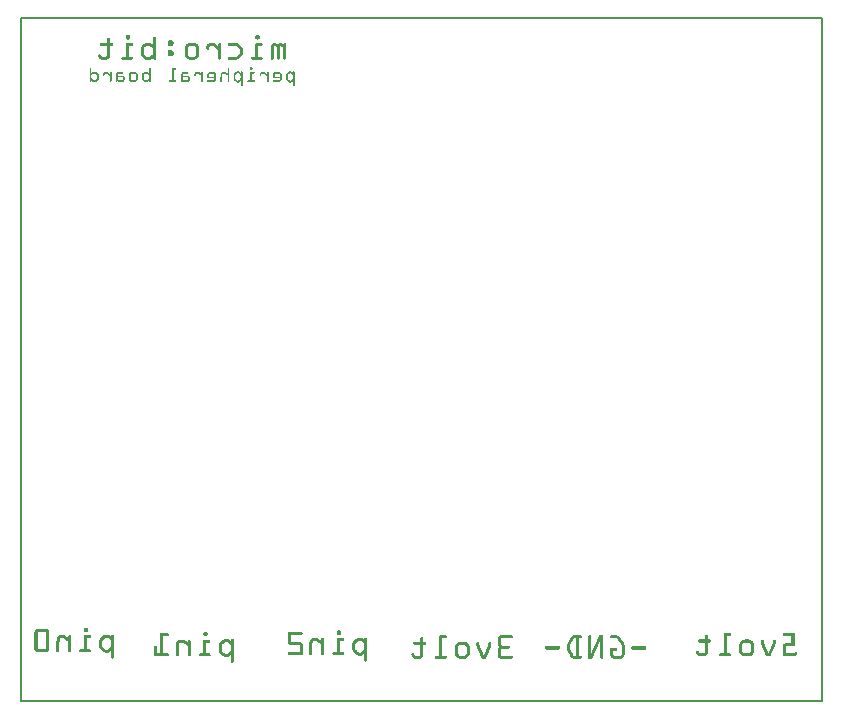
<source format=gbo>
G04 MADE WITH FRITZING*
G04 WWW.FRITZING.ORG*
G04 DOUBLE SIDED*
G04 HOLES PLATED*
G04 CONTOUR ON CENTER OF CONTOUR VECTOR*
%ASAXBY*%
%FSLAX23Y23*%
%MOIN*%
%OFA0B0*%
%SFA1.0B1.0*%
%ADD10R,2.677170X2.283460X2.661170X2.267460*%
%ADD11C,0.008000*%
%ADD12R,0.001000X0.001000*%
%LNSILK0*%
G90*
G70*
G54D11*
X4Y2279D02*
X2673Y2279D01*
X2673Y4D01*
X4Y4D01*
X4Y2279D01*
D02*
G54D12*
X357Y2222D02*
X362Y2222D01*
X789Y2222D02*
X794Y2222D01*
X355Y2221D02*
X365Y2221D01*
X787Y2221D02*
X797Y2221D01*
X354Y2220D02*
X366Y2220D01*
X786Y2220D02*
X798Y2220D01*
X353Y2219D02*
X366Y2219D01*
X785Y2219D02*
X798Y2219D01*
X353Y2218D02*
X366Y2218D01*
X785Y2218D02*
X798Y2218D01*
X353Y2217D02*
X367Y2217D01*
X447Y2217D02*
X451Y2217D01*
X785Y2217D02*
X799Y2217D01*
X353Y2216D02*
X367Y2216D01*
X446Y2216D02*
X452Y2216D01*
X784Y2216D02*
X799Y2216D01*
X353Y2215D02*
X367Y2215D01*
X445Y2215D02*
X453Y2215D01*
X784Y2215D02*
X799Y2215D01*
X353Y2214D02*
X367Y2214D01*
X445Y2214D02*
X453Y2214D01*
X784Y2214D02*
X799Y2214D01*
X293Y2213D02*
X297Y2213D01*
X353Y2213D02*
X367Y2213D01*
X444Y2213D02*
X453Y2213D01*
X785Y2213D02*
X799Y2213D01*
X292Y2212D02*
X298Y2212D01*
X353Y2212D02*
X366Y2212D01*
X444Y2212D02*
X453Y2212D01*
X785Y2212D02*
X798Y2212D01*
X291Y2211D02*
X299Y2211D01*
X353Y2211D02*
X366Y2211D01*
X444Y2211D02*
X453Y2211D01*
X785Y2211D02*
X798Y2211D01*
X291Y2210D02*
X299Y2210D01*
X354Y2210D02*
X366Y2210D01*
X444Y2210D02*
X453Y2210D01*
X786Y2210D02*
X798Y2210D01*
X290Y2209D02*
X299Y2209D01*
X354Y2209D02*
X365Y2209D01*
X444Y2209D02*
X453Y2209D01*
X786Y2209D02*
X797Y2209D01*
X290Y2208D02*
X300Y2208D01*
X357Y2208D02*
X362Y2208D01*
X444Y2208D02*
X453Y2208D01*
X789Y2208D02*
X794Y2208D01*
X290Y2207D02*
X300Y2207D01*
X444Y2207D02*
X453Y2207D01*
X290Y2206D02*
X300Y2206D01*
X444Y2206D02*
X453Y2206D01*
X290Y2205D02*
X300Y2205D01*
X444Y2205D02*
X453Y2205D01*
X496Y2205D02*
X507Y2205D01*
X290Y2204D02*
X300Y2204D01*
X444Y2204D02*
X453Y2204D01*
X493Y2204D02*
X509Y2204D01*
X290Y2203D02*
X300Y2203D01*
X444Y2203D02*
X453Y2203D01*
X493Y2203D02*
X510Y2203D01*
X290Y2202D02*
X300Y2202D01*
X444Y2202D02*
X453Y2202D01*
X492Y2202D02*
X510Y2202D01*
X290Y2201D02*
X300Y2201D01*
X444Y2201D02*
X453Y2201D01*
X492Y2201D02*
X510Y2201D01*
X290Y2200D02*
X300Y2200D01*
X444Y2200D02*
X453Y2200D01*
X492Y2200D02*
X511Y2200D01*
X290Y2199D02*
X300Y2199D01*
X444Y2199D02*
X453Y2199D01*
X492Y2199D02*
X511Y2199D01*
X290Y2198D02*
X300Y2198D01*
X444Y2198D02*
X453Y2198D01*
X492Y2198D02*
X511Y2198D01*
X290Y2197D02*
X300Y2197D01*
X444Y2197D02*
X453Y2197D01*
X492Y2197D02*
X511Y2197D01*
X268Y2196D02*
X307Y2196D01*
X355Y2196D02*
X374Y2196D01*
X419Y2196D02*
X434Y2196D01*
X444Y2196D02*
X453Y2196D01*
X492Y2196D02*
X511Y2196D01*
X563Y2196D02*
X583Y2196D01*
X631Y2196D02*
X647Y2196D01*
X663Y2196D02*
X667Y2196D01*
X695Y2196D02*
X722Y2196D01*
X787Y2196D02*
X806Y2196D01*
X846Y2196D02*
X851Y2196D01*
X865Y2196D02*
X872Y2196D01*
X880Y2196D02*
X884Y2196D01*
X267Y2195D02*
X308Y2195D01*
X354Y2195D02*
X375Y2195D01*
X416Y2195D02*
X437Y2195D01*
X444Y2195D02*
X453Y2195D01*
X492Y2195D02*
X511Y2195D01*
X560Y2195D02*
X586Y2195D01*
X629Y2195D02*
X648Y2195D01*
X662Y2195D02*
X668Y2195D01*
X694Y2195D02*
X725Y2195D01*
X786Y2195D02*
X807Y2195D01*
X844Y2195D02*
X854Y2195D01*
X863Y2195D02*
X874Y2195D01*
X879Y2195D02*
X885Y2195D01*
X266Y2194D02*
X309Y2194D01*
X353Y2194D02*
X376Y2194D01*
X415Y2194D02*
X438Y2194D01*
X444Y2194D02*
X453Y2194D01*
X492Y2194D02*
X511Y2194D01*
X559Y2194D02*
X587Y2194D01*
X627Y2194D02*
X650Y2194D01*
X661Y2194D02*
X669Y2194D01*
X693Y2194D02*
X727Y2194D01*
X785Y2194D02*
X808Y2194D01*
X842Y2194D02*
X855Y2194D01*
X861Y2194D02*
X875Y2194D01*
X878Y2194D02*
X886Y2194D01*
X266Y2193D02*
X309Y2193D01*
X353Y2193D02*
X376Y2193D01*
X414Y2193D02*
X440Y2193D01*
X444Y2193D02*
X453Y2193D01*
X492Y2193D02*
X511Y2193D01*
X558Y2193D02*
X589Y2193D01*
X626Y2193D02*
X651Y2193D01*
X661Y2193D02*
X669Y2193D01*
X693Y2193D02*
X728Y2193D01*
X785Y2193D02*
X808Y2193D01*
X841Y2193D02*
X857Y2193D01*
X860Y2193D02*
X886Y2193D01*
X266Y2192D02*
X309Y2192D01*
X353Y2192D02*
X376Y2192D01*
X412Y2192D02*
X441Y2192D01*
X444Y2192D02*
X453Y2192D01*
X492Y2192D02*
X511Y2192D01*
X556Y2192D02*
X590Y2192D01*
X625Y2192D02*
X652Y2192D01*
X660Y2192D02*
X669Y2192D01*
X693Y2192D02*
X729Y2192D01*
X785Y2192D02*
X808Y2192D01*
X840Y2192D02*
X886Y2192D01*
X266Y2191D02*
X309Y2191D01*
X353Y2191D02*
X376Y2191D01*
X411Y2191D02*
X442Y2191D01*
X444Y2191D02*
X453Y2191D01*
X492Y2191D02*
X510Y2191D01*
X555Y2191D02*
X591Y2191D01*
X624Y2191D02*
X653Y2191D01*
X660Y2191D02*
X669Y2191D01*
X693Y2191D02*
X730Y2191D01*
X784Y2191D02*
X808Y2191D01*
X839Y2191D02*
X886Y2191D01*
X266Y2190D02*
X309Y2190D01*
X353Y2190D02*
X376Y2190D01*
X410Y2190D02*
X453Y2190D01*
X492Y2190D02*
X510Y2190D01*
X554Y2190D02*
X592Y2190D01*
X623Y2190D02*
X654Y2190D01*
X660Y2190D02*
X669Y2190D01*
X693Y2190D02*
X732Y2190D01*
X784Y2190D02*
X808Y2190D01*
X839Y2190D02*
X886Y2190D01*
X267Y2189D02*
X309Y2189D01*
X353Y2189D02*
X376Y2189D01*
X409Y2189D02*
X453Y2189D01*
X492Y2189D02*
X510Y2189D01*
X553Y2189D02*
X593Y2189D01*
X623Y2189D02*
X655Y2189D01*
X660Y2189D02*
X669Y2189D01*
X693Y2189D02*
X733Y2189D01*
X784Y2189D02*
X808Y2189D01*
X838Y2189D02*
X886Y2189D01*
X267Y2188D02*
X308Y2188D01*
X353Y2188D02*
X375Y2188D01*
X408Y2188D02*
X453Y2188D01*
X493Y2188D02*
X509Y2188D01*
X552Y2188D02*
X594Y2188D01*
X622Y2188D02*
X657Y2188D01*
X660Y2188D02*
X669Y2188D01*
X694Y2188D02*
X734Y2188D01*
X784Y2188D02*
X807Y2188D01*
X838Y2188D02*
X886Y2188D01*
X269Y2187D02*
X306Y2187D01*
X353Y2187D02*
X373Y2187D01*
X407Y2187D02*
X453Y2187D01*
X495Y2187D02*
X507Y2187D01*
X551Y2187D02*
X595Y2187D01*
X622Y2187D02*
X658Y2187D01*
X660Y2187D02*
X669Y2187D01*
X696Y2187D02*
X735Y2187D01*
X784Y2187D02*
X805Y2187D01*
X838Y2187D02*
X886Y2187D01*
X290Y2186D02*
X300Y2186D01*
X353Y2186D02*
X362Y2186D01*
X407Y2186D02*
X420Y2186D01*
X433Y2186D02*
X453Y2186D01*
X551Y2186D02*
X564Y2186D01*
X582Y2186D02*
X595Y2186D01*
X621Y2186D02*
X632Y2186D01*
X644Y2186D02*
X669Y2186D01*
X721Y2186D02*
X736Y2186D01*
X784Y2186D02*
X794Y2186D01*
X837Y2186D02*
X847Y2186D01*
X850Y2186D02*
X866Y2186D01*
X870Y2186D02*
X886Y2186D01*
X290Y2185D02*
X300Y2185D01*
X353Y2185D02*
X362Y2185D01*
X406Y2185D02*
X419Y2185D01*
X434Y2185D02*
X453Y2185D01*
X550Y2185D02*
X562Y2185D01*
X584Y2185D02*
X596Y2185D01*
X621Y2185D02*
X631Y2185D01*
X646Y2185D02*
X669Y2185D01*
X722Y2185D02*
X737Y2185D01*
X784Y2185D02*
X794Y2185D01*
X837Y2185D02*
X847Y2185D01*
X852Y2185D02*
X866Y2185D01*
X871Y2185D02*
X886Y2185D01*
X290Y2184D02*
X300Y2184D01*
X353Y2184D02*
X362Y2184D01*
X406Y2184D02*
X417Y2184D01*
X436Y2184D02*
X453Y2184D01*
X550Y2184D02*
X561Y2184D01*
X585Y2184D02*
X596Y2184D01*
X621Y2184D02*
X630Y2184D01*
X647Y2184D02*
X669Y2184D01*
X724Y2184D02*
X738Y2184D01*
X784Y2184D02*
X794Y2184D01*
X837Y2184D02*
X846Y2184D01*
X853Y2184D02*
X866Y2184D01*
X873Y2184D02*
X886Y2184D01*
X290Y2183D02*
X300Y2183D01*
X353Y2183D02*
X362Y2183D01*
X405Y2183D02*
X416Y2183D01*
X437Y2183D02*
X453Y2183D01*
X549Y2183D02*
X560Y2183D01*
X586Y2183D02*
X597Y2183D01*
X621Y2183D02*
X630Y2183D01*
X648Y2183D02*
X669Y2183D01*
X725Y2183D02*
X739Y2183D01*
X784Y2183D02*
X794Y2183D01*
X837Y2183D02*
X846Y2183D01*
X854Y2183D02*
X866Y2183D01*
X874Y2183D02*
X886Y2183D01*
X290Y2182D02*
X300Y2182D01*
X353Y2182D02*
X362Y2182D01*
X405Y2182D02*
X415Y2182D01*
X438Y2182D02*
X453Y2182D01*
X549Y2182D02*
X559Y2182D01*
X587Y2182D02*
X597Y2182D01*
X621Y2182D02*
X630Y2182D01*
X649Y2182D02*
X669Y2182D01*
X726Y2182D02*
X739Y2182D01*
X784Y2182D02*
X794Y2182D01*
X837Y2182D02*
X846Y2182D01*
X855Y2182D02*
X866Y2182D01*
X875Y2182D02*
X886Y2182D01*
X290Y2181D02*
X300Y2181D01*
X353Y2181D02*
X362Y2181D01*
X405Y2181D02*
X414Y2181D01*
X439Y2181D02*
X453Y2181D01*
X549Y2181D02*
X558Y2181D01*
X588Y2181D02*
X597Y2181D01*
X621Y2181D02*
X630Y2181D01*
X650Y2181D02*
X669Y2181D01*
X727Y2181D02*
X740Y2181D01*
X784Y2181D02*
X794Y2181D01*
X837Y2181D02*
X846Y2181D01*
X856Y2181D02*
X866Y2181D01*
X876Y2181D02*
X886Y2181D01*
X290Y2180D02*
X300Y2180D01*
X353Y2180D02*
X362Y2180D01*
X405Y2180D02*
X414Y2180D01*
X440Y2180D02*
X453Y2180D01*
X549Y2180D02*
X558Y2180D01*
X588Y2180D02*
X597Y2180D01*
X621Y2180D02*
X630Y2180D01*
X651Y2180D02*
X669Y2180D01*
X728Y2180D02*
X740Y2180D01*
X784Y2180D02*
X794Y2180D01*
X837Y2180D02*
X846Y2180D01*
X856Y2180D02*
X866Y2180D01*
X877Y2180D02*
X886Y2180D01*
X290Y2179D02*
X300Y2179D01*
X353Y2179D02*
X362Y2179D01*
X405Y2179D02*
X414Y2179D01*
X441Y2179D02*
X453Y2179D01*
X549Y2179D02*
X558Y2179D01*
X588Y2179D02*
X597Y2179D01*
X621Y2179D02*
X630Y2179D01*
X653Y2179D02*
X669Y2179D01*
X729Y2179D02*
X741Y2179D01*
X784Y2179D02*
X794Y2179D01*
X837Y2179D02*
X846Y2179D01*
X856Y2179D02*
X866Y2179D01*
X877Y2179D02*
X886Y2179D01*
X290Y2178D02*
X300Y2178D01*
X353Y2178D02*
X362Y2178D01*
X405Y2178D02*
X414Y2178D01*
X443Y2178D02*
X453Y2178D01*
X549Y2178D02*
X558Y2178D01*
X588Y2178D02*
X597Y2178D01*
X621Y2178D02*
X630Y2178D01*
X654Y2178D02*
X669Y2178D01*
X731Y2178D02*
X741Y2178D01*
X784Y2178D02*
X794Y2178D01*
X837Y2178D02*
X846Y2178D01*
X856Y2178D02*
X866Y2178D01*
X877Y2178D02*
X886Y2178D01*
X290Y2177D02*
X300Y2177D01*
X353Y2177D02*
X362Y2177D01*
X405Y2177D02*
X414Y2177D01*
X444Y2177D02*
X453Y2177D01*
X549Y2177D02*
X558Y2177D01*
X588Y2177D02*
X597Y2177D01*
X621Y2177D02*
X629Y2177D01*
X655Y2177D02*
X669Y2177D01*
X732Y2177D02*
X741Y2177D01*
X784Y2177D02*
X794Y2177D01*
X837Y2177D02*
X846Y2177D01*
X856Y2177D02*
X866Y2177D01*
X877Y2177D02*
X886Y2177D01*
X290Y2176D02*
X300Y2176D01*
X353Y2176D02*
X362Y2176D01*
X405Y2176D02*
X414Y2176D01*
X444Y2176D02*
X453Y2176D01*
X549Y2176D02*
X558Y2176D01*
X588Y2176D02*
X597Y2176D01*
X622Y2176D02*
X629Y2176D01*
X656Y2176D02*
X669Y2176D01*
X732Y2176D02*
X741Y2176D01*
X784Y2176D02*
X794Y2176D01*
X837Y2176D02*
X846Y2176D01*
X856Y2176D02*
X866Y2176D01*
X877Y2176D02*
X886Y2176D01*
X290Y2175D02*
X300Y2175D01*
X353Y2175D02*
X362Y2175D01*
X405Y2175D02*
X414Y2175D01*
X444Y2175D02*
X453Y2175D01*
X549Y2175D02*
X558Y2175D01*
X588Y2175D02*
X597Y2175D01*
X623Y2175D02*
X628Y2175D01*
X657Y2175D02*
X669Y2175D01*
X732Y2175D02*
X741Y2175D01*
X784Y2175D02*
X794Y2175D01*
X837Y2175D02*
X846Y2175D01*
X856Y2175D02*
X866Y2175D01*
X877Y2175D02*
X886Y2175D01*
X290Y2174D02*
X300Y2174D01*
X353Y2174D02*
X362Y2174D01*
X405Y2174D02*
X414Y2174D01*
X444Y2174D02*
X453Y2174D01*
X549Y2174D02*
X558Y2174D01*
X588Y2174D02*
X597Y2174D01*
X625Y2174D02*
X625Y2174D01*
X658Y2174D02*
X669Y2174D01*
X732Y2174D02*
X741Y2174D01*
X784Y2174D02*
X794Y2174D01*
X837Y2174D02*
X846Y2174D01*
X856Y2174D02*
X866Y2174D01*
X877Y2174D02*
X886Y2174D01*
X290Y2173D02*
X300Y2173D01*
X353Y2173D02*
X362Y2173D01*
X405Y2173D02*
X414Y2173D01*
X444Y2173D02*
X453Y2173D01*
X549Y2173D02*
X558Y2173D01*
X588Y2173D02*
X597Y2173D01*
X659Y2173D02*
X669Y2173D01*
X732Y2173D02*
X741Y2173D01*
X784Y2173D02*
X794Y2173D01*
X837Y2173D02*
X846Y2173D01*
X856Y2173D02*
X866Y2173D01*
X877Y2173D02*
X886Y2173D01*
X290Y2172D02*
X300Y2172D01*
X353Y2172D02*
X362Y2172D01*
X405Y2172D02*
X414Y2172D01*
X444Y2172D02*
X453Y2172D01*
X549Y2172D02*
X558Y2172D01*
X588Y2172D02*
X597Y2172D01*
X660Y2172D02*
X669Y2172D01*
X732Y2172D02*
X741Y2172D01*
X784Y2172D02*
X794Y2172D01*
X837Y2172D02*
X846Y2172D01*
X856Y2172D02*
X866Y2172D01*
X877Y2172D02*
X886Y2172D01*
X290Y2171D02*
X300Y2171D01*
X353Y2171D02*
X362Y2171D01*
X405Y2171D02*
X414Y2171D01*
X444Y2171D02*
X453Y2171D01*
X495Y2171D02*
X507Y2171D01*
X549Y2171D02*
X558Y2171D01*
X588Y2171D02*
X597Y2171D01*
X660Y2171D02*
X669Y2171D01*
X732Y2171D02*
X741Y2171D01*
X784Y2171D02*
X794Y2171D01*
X837Y2171D02*
X846Y2171D01*
X856Y2171D02*
X866Y2171D01*
X877Y2171D02*
X886Y2171D01*
X290Y2170D02*
X300Y2170D01*
X353Y2170D02*
X362Y2170D01*
X405Y2170D02*
X414Y2170D01*
X444Y2170D02*
X453Y2170D01*
X493Y2170D02*
X509Y2170D01*
X549Y2170D02*
X558Y2170D01*
X588Y2170D02*
X597Y2170D01*
X660Y2170D02*
X669Y2170D01*
X732Y2170D02*
X741Y2170D01*
X784Y2170D02*
X794Y2170D01*
X837Y2170D02*
X846Y2170D01*
X856Y2170D02*
X866Y2170D01*
X877Y2170D02*
X886Y2170D01*
X290Y2169D02*
X300Y2169D01*
X353Y2169D02*
X362Y2169D01*
X405Y2169D02*
X414Y2169D01*
X444Y2169D02*
X453Y2169D01*
X492Y2169D02*
X510Y2169D01*
X549Y2169D02*
X558Y2169D01*
X588Y2169D02*
X597Y2169D01*
X660Y2169D02*
X669Y2169D01*
X732Y2169D02*
X741Y2169D01*
X784Y2169D02*
X794Y2169D01*
X837Y2169D02*
X846Y2169D01*
X856Y2169D02*
X866Y2169D01*
X877Y2169D02*
X886Y2169D01*
X290Y2168D02*
X300Y2168D01*
X353Y2168D02*
X362Y2168D01*
X405Y2168D02*
X414Y2168D01*
X444Y2168D02*
X453Y2168D01*
X492Y2168D02*
X510Y2168D01*
X549Y2168D02*
X558Y2168D01*
X588Y2168D02*
X597Y2168D01*
X660Y2168D02*
X669Y2168D01*
X732Y2168D02*
X741Y2168D01*
X784Y2168D02*
X794Y2168D01*
X837Y2168D02*
X846Y2168D01*
X856Y2168D02*
X866Y2168D01*
X877Y2168D02*
X886Y2168D01*
X290Y2167D02*
X300Y2167D01*
X353Y2167D02*
X362Y2167D01*
X405Y2167D02*
X414Y2167D01*
X444Y2167D02*
X453Y2167D01*
X492Y2167D02*
X510Y2167D01*
X549Y2167D02*
X558Y2167D01*
X588Y2167D02*
X597Y2167D01*
X660Y2167D02*
X669Y2167D01*
X732Y2167D02*
X741Y2167D01*
X784Y2167D02*
X794Y2167D01*
X837Y2167D02*
X846Y2167D01*
X856Y2167D02*
X866Y2167D01*
X877Y2167D02*
X886Y2167D01*
X290Y2166D02*
X300Y2166D01*
X353Y2166D02*
X362Y2166D01*
X405Y2166D02*
X414Y2166D01*
X444Y2166D02*
X453Y2166D01*
X492Y2166D02*
X511Y2166D01*
X549Y2166D02*
X558Y2166D01*
X588Y2166D02*
X597Y2166D01*
X660Y2166D02*
X669Y2166D01*
X732Y2166D02*
X741Y2166D01*
X784Y2166D02*
X794Y2166D01*
X837Y2166D02*
X846Y2166D01*
X856Y2166D02*
X866Y2166D01*
X877Y2166D02*
X886Y2166D01*
X290Y2165D02*
X300Y2165D01*
X353Y2165D02*
X362Y2165D01*
X405Y2165D02*
X414Y2165D01*
X444Y2165D02*
X453Y2165D01*
X492Y2165D02*
X511Y2165D01*
X549Y2165D02*
X558Y2165D01*
X588Y2165D02*
X597Y2165D01*
X660Y2165D02*
X669Y2165D01*
X732Y2165D02*
X741Y2165D01*
X784Y2165D02*
X794Y2165D01*
X837Y2165D02*
X846Y2165D01*
X856Y2165D02*
X866Y2165D01*
X877Y2165D02*
X886Y2165D01*
X290Y2164D02*
X300Y2164D01*
X353Y2164D02*
X362Y2164D01*
X405Y2164D02*
X414Y2164D01*
X444Y2164D02*
X453Y2164D01*
X492Y2164D02*
X511Y2164D01*
X549Y2164D02*
X558Y2164D01*
X588Y2164D02*
X597Y2164D01*
X660Y2164D02*
X669Y2164D01*
X732Y2164D02*
X741Y2164D01*
X784Y2164D02*
X794Y2164D01*
X837Y2164D02*
X846Y2164D01*
X856Y2164D02*
X866Y2164D01*
X877Y2164D02*
X886Y2164D01*
X290Y2163D02*
X300Y2163D01*
X353Y2163D02*
X362Y2163D01*
X405Y2163D02*
X414Y2163D01*
X444Y2163D02*
X453Y2163D01*
X492Y2163D02*
X511Y2163D01*
X549Y2163D02*
X558Y2163D01*
X588Y2163D02*
X597Y2163D01*
X660Y2163D02*
X669Y2163D01*
X732Y2163D02*
X741Y2163D01*
X784Y2163D02*
X794Y2163D01*
X837Y2163D02*
X846Y2163D01*
X856Y2163D02*
X866Y2163D01*
X877Y2163D02*
X886Y2163D01*
X290Y2162D02*
X300Y2162D01*
X353Y2162D02*
X362Y2162D01*
X405Y2162D02*
X414Y2162D01*
X444Y2162D02*
X453Y2162D01*
X492Y2162D02*
X511Y2162D01*
X549Y2162D02*
X558Y2162D01*
X588Y2162D02*
X597Y2162D01*
X660Y2162D02*
X669Y2162D01*
X732Y2162D02*
X741Y2162D01*
X784Y2162D02*
X794Y2162D01*
X837Y2162D02*
X846Y2162D01*
X856Y2162D02*
X866Y2162D01*
X877Y2162D02*
X886Y2162D01*
X290Y2161D02*
X300Y2161D01*
X353Y2161D02*
X362Y2161D01*
X405Y2161D02*
X414Y2161D01*
X444Y2161D02*
X453Y2161D01*
X492Y2161D02*
X511Y2161D01*
X549Y2161D02*
X558Y2161D01*
X588Y2161D02*
X597Y2161D01*
X660Y2161D02*
X669Y2161D01*
X732Y2161D02*
X741Y2161D01*
X784Y2161D02*
X794Y2161D01*
X836Y2161D02*
X846Y2161D01*
X856Y2161D02*
X866Y2161D01*
X877Y2161D02*
X886Y2161D01*
X290Y2160D02*
X300Y2160D01*
X353Y2160D02*
X362Y2160D01*
X405Y2160D02*
X414Y2160D01*
X444Y2160D02*
X453Y2160D01*
X492Y2160D02*
X511Y2160D01*
X549Y2160D02*
X558Y2160D01*
X588Y2160D02*
X597Y2160D01*
X660Y2160D02*
X669Y2160D01*
X732Y2160D02*
X741Y2160D01*
X784Y2160D02*
X794Y2160D01*
X836Y2160D02*
X846Y2160D01*
X856Y2160D02*
X866Y2160D01*
X877Y2160D02*
X886Y2160D01*
X290Y2159D02*
X300Y2159D01*
X353Y2159D02*
X362Y2159D01*
X405Y2159D02*
X414Y2159D01*
X443Y2159D02*
X453Y2159D01*
X492Y2159D02*
X511Y2159D01*
X549Y2159D02*
X558Y2159D01*
X588Y2159D02*
X597Y2159D01*
X660Y2159D02*
X669Y2159D01*
X731Y2159D02*
X741Y2159D01*
X784Y2159D02*
X794Y2159D01*
X836Y2159D02*
X845Y2159D01*
X856Y2159D02*
X866Y2159D01*
X877Y2159D02*
X886Y2159D01*
X264Y2158D02*
X267Y2158D01*
X290Y2158D02*
X300Y2158D01*
X353Y2158D02*
X362Y2158D01*
X405Y2158D02*
X414Y2158D01*
X442Y2158D02*
X453Y2158D01*
X492Y2158D02*
X511Y2158D01*
X549Y2158D02*
X558Y2158D01*
X588Y2158D02*
X597Y2158D01*
X660Y2158D02*
X669Y2158D01*
X730Y2158D02*
X741Y2158D01*
X784Y2158D02*
X794Y2158D01*
X836Y2158D02*
X845Y2158D01*
X856Y2158D02*
X866Y2158D01*
X877Y2158D02*
X886Y2158D01*
X262Y2157D02*
X268Y2157D01*
X290Y2157D02*
X300Y2157D01*
X353Y2157D02*
X362Y2157D01*
X405Y2157D02*
X414Y2157D01*
X441Y2157D02*
X453Y2157D01*
X492Y2157D02*
X510Y2157D01*
X549Y2157D02*
X558Y2157D01*
X588Y2157D02*
X597Y2157D01*
X660Y2157D02*
X669Y2157D01*
X729Y2157D02*
X740Y2157D01*
X784Y2157D02*
X794Y2157D01*
X836Y2157D02*
X845Y2157D01*
X856Y2157D02*
X866Y2157D01*
X877Y2157D02*
X886Y2157D01*
X261Y2156D02*
X269Y2156D01*
X290Y2156D02*
X300Y2156D01*
X353Y2156D02*
X362Y2156D01*
X405Y2156D02*
X414Y2156D01*
X440Y2156D02*
X453Y2156D01*
X492Y2156D02*
X510Y2156D01*
X549Y2156D02*
X558Y2156D01*
X588Y2156D02*
X597Y2156D01*
X660Y2156D02*
X669Y2156D01*
X728Y2156D02*
X740Y2156D01*
X784Y2156D02*
X794Y2156D01*
X836Y2156D02*
X845Y2156D01*
X856Y2156D02*
X866Y2156D01*
X877Y2156D02*
X886Y2156D01*
X261Y2155D02*
X269Y2155D01*
X290Y2155D02*
X300Y2155D01*
X353Y2155D02*
X362Y2155D01*
X405Y2155D02*
X415Y2155D01*
X438Y2155D02*
X453Y2155D01*
X492Y2155D02*
X510Y2155D01*
X549Y2155D02*
X559Y2155D01*
X587Y2155D02*
X597Y2155D01*
X660Y2155D02*
X669Y2155D01*
X726Y2155D02*
X739Y2155D01*
X784Y2155D02*
X794Y2155D01*
X836Y2155D02*
X845Y2155D01*
X856Y2155D02*
X866Y2155D01*
X877Y2155D02*
X886Y2155D01*
X261Y2154D02*
X270Y2154D01*
X290Y2154D02*
X299Y2154D01*
X353Y2154D02*
X362Y2154D01*
X405Y2154D02*
X416Y2154D01*
X437Y2154D02*
X453Y2154D01*
X493Y2154D02*
X509Y2154D01*
X549Y2154D02*
X560Y2154D01*
X586Y2154D02*
X597Y2154D01*
X660Y2154D02*
X669Y2154D01*
X725Y2154D02*
X739Y2154D01*
X784Y2154D02*
X794Y2154D01*
X836Y2154D02*
X845Y2154D01*
X856Y2154D02*
X866Y2154D01*
X877Y2154D02*
X886Y2154D01*
X261Y2153D02*
X270Y2153D01*
X290Y2153D02*
X299Y2153D01*
X353Y2153D02*
X362Y2153D01*
X405Y2153D02*
X417Y2153D01*
X436Y2153D02*
X453Y2153D01*
X495Y2153D02*
X507Y2153D01*
X549Y2153D02*
X561Y2153D01*
X585Y2153D02*
X597Y2153D01*
X660Y2153D02*
X669Y2153D01*
X724Y2153D02*
X738Y2153D01*
X784Y2153D02*
X794Y2153D01*
X836Y2153D02*
X845Y2153D01*
X856Y2153D02*
X866Y2153D01*
X877Y2153D02*
X886Y2153D01*
X261Y2152D02*
X271Y2152D01*
X289Y2152D02*
X299Y2152D01*
X353Y2152D02*
X362Y2152D01*
X406Y2152D02*
X418Y2152D01*
X435Y2152D02*
X453Y2152D01*
X550Y2152D02*
X562Y2152D01*
X584Y2152D02*
X596Y2152D01*
X660Y2152D02*
X669Y2152D01*
X723Y2152D02*
X737Y2152D01*
X784Y2152D02*
X794Y2152D01*
X836Y2152D02*
X845Y2152D01*
X856Y2152D02*
X866Y2152D01*
X877Y2152D02*
X886Y2152D01*
X261Y2151D02*
X272Y2151D01*
X288Y2151D02*
X299Y2151D01*
X353Y2151D02*
X362Y2151D01*
X406Y2151D02*
X419Y2151D01*
X434Y2151D02*
X453Y2151D01*
X550Y2151D02*
X563Y2151D01*
X583Y2151D02*
X596Y2151D01*
X660Y2151D02*
X669Y2151D01*
X722Y2151D02*
X736Y2151D01*
X784Y2151D02*
X794Y2151D01*
X836Y2151D02*
X845Y2151D01*
X856Y2151D02*
X866Y2151D01*
X877Y2151D02*
X886Y2151D01*
X261Y2150D02*
X299Y2150D01*
X343Y2150D02*
X371Y2150D01*
X407Y2150D02*
X453Y2150D01*
X551Y2150D02*
X595Y2150D01*
X660Y2150D02*
X669Y2150D01*
X698Y2150D02*
X735Y2150D01*
X775Y2150D02*
X803Y2150D01*
X836Y2150D02*
X845Y2150D01*
X856Y2150D02*
X866Y2150D01*
X877Y2150D02*
X886Y2150D01*
X262Y2149D02*
X298Y2149D01*
X340Y2149D02*
X374Y2149D01*
X408Y2149D02*
X453Y2149D01*
X552Y2149D02*
X594Y2149D01*
X660Y2149D02*
X669Y2149D01*
X695Y2149D02*
X734Y2149D01*
X772Y2149D02*
X806Y2149D01*
X836Y2149D02*
X845Y2149D01*
X856Y2149D02*
X866Y2149D01*
X877Y2149D02*
X886Y2149D01*
X262Y2148D02*
X298Y2148D01*
X339Y2148D02*
X375Y2148D01*
X409Y2148D02*
X453Y2148D01*
X553Y2148D02*
X594Y2148D01*
X660Y2148D02*
X669Y2148D01*
X694Y2148D02*
X733Y2148D01*
X771Y2148D02*
X807Y2148D01*
X836Y2148D02*
X845Y2148D01*
X856Y2148D02*
X866Y2148D01*
X877Y2148D02*
X886Y2148D01*
X263Y2147D02*
X297Y2147D01*
X338Y2147D02*
X376Y2147D01*
X410Y2147D02*
X453Y2147D01*
X554Y2147D02*
X593Y2147D01*
X660Y2147D02*
X669Y2147D01*
X693Y2147D02*
X732Y2147D01*
X770Y2147D02*
X808Y2147D01*
X836Y2147D02*
X845Y2147D01*
X856Y2147D02*
X866Y2147D01*
X877Y2147D02*
X886Y2147D01*
X264Y2146D02*
X296Y2146D01*
X338Y2146D02*
X376Y2146D01*
X411Y2146D02*
X453Y2146D01*
X555Y2146D02*
X591Y2146D01*
X660Y2146D02*
X669Y2146D01*
X693Y2146D02*
X730Y2146D01*
X770Y2146D02*
X808Y2146D01*
X836Y2146D02*
X845Y2146D01*
X856Y2146D02*
X866Y2146D01*
X877Y2146D02*
X886Y2146D01*
X265Y2145D02*
X296Y2145D01*
X338Y2145D02*
X376Y2145D01*
X412Y2145D02*
X442Y2145D01*
X444Y2145D02*
X453Y2145D01*
X556Y2145D02*
X590Y2145D01*
X660Y2145D02*
X669Y2145D01*
X693Y2145D02*
X729Y2145D01*
X770Y2145D02*
X808Y2145D01*
X836Y2145D02*
X845Y2145D01*
X857Y2145D02*
X866Y2145D01*
X877Y2145D02*
X886Y2145D01*
X266Y2144D02*
X295Y2144D01*
X338Y2144D02*
X376Y2144D01*
X413Y2144D02*
X440Y2144D01*
X445Y2144D02*
X453Y2144D01*
X557Y2144D02*
X589Y2144D01*
X660Y2144D02*
X669Y2144D01*
X693Y2144D02*
X728Y2144D01*
X770Y2144D02*
X808Y2144D01*
X836Y2144D02*
X845Y2144D01*
X857Y2144D02*
X865Y2144D01*
X877Y2144D02*
X886Y2144D01*
X267Y2143D02*
X293Y2143D01*
X338Y2143D02*
X376Y2143D01*
X414Y2143D02*
X439Y2143D01*
X445Y2143D02*
X453Y2143D01*
X558Y2143D02*
X588Y2143D01*
X661Y2143D02*
X669Y2143D01*
X693Y2143D02*
X727Y2143D01*
X770Y2143D02*
X808Y2143D01*
X836Y2143D02*
X845Y2143D01*
X857Y2143D02*
X865Y2143D01*
X878Y2143D02*
X886Y2143D01*
X268Y2142D02*
X292Y2142D01*
X339Y2142D02*
X375Y2142D01*
X416Y2142D02*
X437Y2142D01*
X445Y2142D02*
X452Y2142D01*
X560Y2142D02*
X586Y2142D01*
X661Y2142D02*
X668Y2142D01*
X694Y2142D02*
X725Y2142D01*
X771Y2142D02*
X807Y2142D01*
X837Y2142D02*
X844Y2142D01*
X858Y2142D02*
X864Y2142D01*
X878Y2142D02*
X885Y2142D01*
X270Y2141D02*
X290Y2141D01*
X340Y2141D02*
X374Y2141D01*
X418Y2141D02*
X435Y2141D01*
X446Y2141D02*
X451Y2141D01*
X562Y2141D02*
X584Y2141D01*
X662Y2141D02*
X667Y2141D01*
X695Y2141D02*
X723Y2141D01*
X772Y2141D02*
X806Y2141D01*
X838Y2141D02*
X843Y2141D01*
X859Y2141D02*
X863Y2141D01*
X879Y2141D02*
X884Y2141D01*
X275Y2140D02*
X285Y2140D01*
X342Y2140D02*
X372Y2140D01*
X422Y2140D02*
X431Y2140D01*
X449Y2140D02*
X449Y2140D01*
X566Y2140D02*
X579Y2140D01*
X665Y2140D02*
X665Y2140D01*
X697Y2140D02*
X719Y2140D01*
X774Y2140D02*
X804Y2140D01*
X861Y2140D02*
X861Y2140D01*
X882Y2140D02*
X882Y2140D01*
X768Y2115D02*
X774Y2115D01*
X768Y2114D02*
X775Y2114D01*
X234Y2113D02*
X235Y2113D01*
X433Y2113D02*
X433Y2113D01*
X508Y2113D02*
X517Y2113D01*
X694Y2113D02*
X695Y2113D01*
X767Y2113D02*
X775Y2113D01*
X233Y2112D02*
X236Y2112D01*
X431Y2112D02*
X435Y2112D01*
X506Y2112D02*
X519Y2112D01*
X693Y2112D02*
X696Y2112D01*
X767Y2112D02*
X775Y2112D01*
X232Y2111D02*
X237Y2111D01*
X431Y2111D02*
X435Y2111D01*
X506Y2111D02*
X520Y2111D01*
X692Y2111D02*
X697Y2111D01*
X767Y2111D02*
X775Y2111D01*
X232Y2110D02*
X237Y2110D01*
X430Y2110D02*
X436Y2110D01*
X506Y2110D02*
X520Y2110D01*
X692Y2110D02*
X697Y2110D01*
X767Y2110D02*
X775Y2110D01*
X232Y2109D02*
X237Y2109D01*
X430Y2109D02*
X436Y2109D01*
X506Y2109D02*
X520Y2109D01*
X692Y2109D02*
X697Y2109D01*
X768Y2109D02*
X775Y2109D01*
X232Y2108D02*
X237Y2108D01*
X430Y2108D02*
X436Y2108D01*
X506Y2108D02*
X519Y2108D01*
X692Y2108D02*
X697Y2108D01*
X768Y2108D02*
X774Y2108D01*
X232Y2107D02*
X237Y2107D01*
X430Y2107D02*
X436Y2107D01*
X506Y2107D02*
X511Y2107D01*
X692Y2107D02*
X697Y2107D01*
X232Y2106D02*
X237Y2106D01*
X430Y2106D02*
X436Y2106D01*
X506Y2106D02*
X511Y2106D01*
X692Y2106D02*
X697Y2106D01*
X232Y2105D02*
X237Y2105D01*
X430Y2105D02*
X436Y2105D01*
X506Y2105D02*
X511Y2105D01*
X692Y2105D02*
X697Y2105D01*
X232Y2104D02*
X237Y2104D01*
X430Y2104D02*
X436Y2104D01*
X506Y2104D02*
X511Y2104D01*
X692Y2104D02*
X697Y2104D01*
X232Y2103D02*
X237Y2103D01*
X430Y2103D02*
X436Y2103D01*
X506Y2103D02*
X511Y2103D01*
X692Y2103D02*
X697Y2103D01*
X232Y2102D02*
X237Y2102D01*
X430Y2102D02*
X436Y2102D01*
X506Y2102D02*
X511Y2102D01*
X692Y2102D02*
X697Y2102D01*
X232Y2101D02*
X237Y2101D01*
X430Y2101D02*
X436Y2101D01*
X506Y2101D02*
X511Y2101D01*
X692Y2101D02*
X697Y2101D01*
X723Y2101D02*
X729Y2101D01*
X737Y2101D02*
X739Y2101D01*
X897Y2101D02*
X904Y2101D01*
X911Y2101D02*
X914Y2101D01*
X232Y2100D02*
X237Y2100D01*
X244Y2100D02*
X252Y2100D01*
X282Y2100D02*
X291Y2100D01*
X301Y2100D02*
X303Y2100D01*
X327Y2100D02*
X341Y2100D01*
X372Y2100D02*
X383Y2100D01*
X415Y2100D02*
X423Y2100D01*
X430Y2100D02*
X436Y2100D01*
X506Y2100D02*
X511Y2100D01*
X545Y2100D02*
X559Y2100D01*
X588Y2100D02*
X596Y2100D01*
X607Y2100D02*
X608Y2100D01*
X633Y2100D02*
X645Y2100D01*
X676Y2100D02*
X682Y2100D01*
X692Y2100D02*
X697Y2100D01*
X721Y2100D02*
X731Y2100D01*
X736Y2100D02*
X740Y2100D01*
X769Y2100D02*
X780Y2100D01*
X806Y2100D02*
X814Y2100D01*
X825Y2100D02*
X826Y2100D01*
X851Y2100D02*
X863Y2100D01*
X895Y2100D02*
X906Y2100D01*
X911Y2100D02*
X915Y2100D01*
X232Y2099D02*
X237Y2099D01*
X242Y2099D02*
X254Y2099D01*
X280Y2099D02*
X292Y2099D01*
X300Y2099D02*
X304Y2099D01*
X324Y2099D02*
X342Y2099D01*
X369Y2099D02*
X385Y2099D01*
X413Y2099D02*
X426Y2099D01*
X430Y2099D02*
X436Y2099D01*
X506Y2099D02*
X511Y2099D01*
X542Y2099D02*
X560Y2099D01*
X585Y2099D02*
X598Y2099D01*
X605Y2099D02*
X609Y2099D01*
X631Y2099D02*
X647Y2099D01*
X673Y2099D02*
X685Y2099D01*
X692Y2099D02*
X697Y2099D01*
X719Y2099D02*
X733Y2099D01*
X736Y2099D02*
X741Y2099D01*
X768Y2099D02*
X781Y2099D01*
X803Y2099D02*
X816Y2099D01*
X824Y2099D02*
X827Y2099D01*
X849Y2099D02*
X865Y2099D01*
X894Y2099D02*
X907Y2099D01*
X910Y2099D02*
X915Y2099D01*
X232Y2098D02*
X237Y2098D01*
X240Y2098D02*
X256Y2098D01*
X279Y2098D02*
X294Y2098D01*
X300Y2098D02*
X305Y2098D01*
X323Y2098D02*
X342Y2098D01*
X368Y2098D02*
X387Y2098D01*
X412Y2098D02*
X427Y2098D01*
X430Y2098D02*
X436Y2098D01*
X506Y2098D02*
X511Y2098D01*
X541Y2098D02*
X560Y2098D01*
X584Y2098D02*
X599Y2098D01*
X605Y2098D02*
X610Y2098D01*
X630Y2098D02*
X648Y2098D01*
X672Y2098D02*
X687Y2098D01*
X692Y2098D02*
X697Y2098D01*
X718Y2098D02*
X734Y2098D01*
X736Y2098D02*
X741Y2098D01*
X767Y2098D02*
X781Y2098D01*
X802Y2098D02*
X817Y2098D01*
X823Y2098D02*
X828Y2098D01*
X848Y2098D02*
X866Y2098D01*
X893Y2098D02*
X908Y2098D01*
X910Y2098D02*
X915Y2098D01*
X232Y2097D02*
X237Y2097D01*
X239Y2097D02*
X257Y2097D01*
X278Y2097D02*
X295Y2097D01*
X300Y2097D02*
X305Y2097D01*
X322Y2097D02*
X342Y2097D01*
X367Y2097D02*
X388Y2097D01*
X410Y2097D02*
X436Y2097D01*
X506Y2097D02*
X511Y2097D01*
X540Y2097D02*
X560Y2097D01*
X583Y2097D02*
X600Y2097D01*
X605Y2097D02*
X610Y2097D01*
X628Y2097D02*
X649Y2097D01*
X671Y2097D02*
X688Y2097D01*
X692Y2097D02*
X697Y2097D01*
X717Y2097D02*
X741Y2097D01*
X767Y2097D02*
X781Y2097D01*
X801Y2097D02*
X818Y2097D01*
X823Y2097D02*
X828Y2097D01*
X846Y2097D02*
X868Y2097D01*
X892Y2097D02*
X915Y2097D01*
X232Y2096D02*
X258Y2096D01*
X277Y2096D02*
X296Y2096D01*
X300Y2096D02*
X305Y2096D01*
X321Y2096D02*
X342Y2096D01*
X366Y2096D02*
X389Y2096D01*
X409Y2096D02*
X436Y2096D01*
X506Y2096D02*
X511Y2096D01*
X539Y2096D02*
X560Y2096D01*
X582Y2096D02*
X601Y2096D01*
X605Y2096D02*
X610Y2096D01*
X627Y2096D02*
X651Y2096D01*
X670Y2096D02*
X690Y2096D01*
X692Y2096D02*
X697Y2096D01*
X716Y2096D02*
X741Y2096D01*
X767Y2096D02*
X781Y2096D01*
X800Y2096D02*
X819Y2096D01*
X823Y2096D02*
X828Y2096D01*
X845Y2096D02*
X869Y2096D01*
X890Y2096D02*
X915Y2096D01*
X232Y2095D02*
X259Y2095D01*
X276Y2095D02*
X297Y2095D01*
X300Y2095D02*
X305Y2095D01*
X321Y2095D02*
X341Y2095D01*
X365Y2095D02*
X390Y2095D01*
X408Y2095D02*
X436Y2095D01*
X506Y2095D02*
X511Y2095D01*
X539Y2095D02*
X559Y2095D01*
X582Y2095D02*
X602Y2095D01*
X605Y2095D02*
X610Y2095D01*
X626Y2095D02*
X651Y2095D01*
X670Y2095D02*
X697Y2095D01*
X715Y2095D02*
X723Y2095D01*
X729Y2095D02*
X741Y2095D01*
X767Y2095D02*
X780Y2095D01*
X800Y2095D02*
X820Y2095D01*
X823Y2095D02*
X828Y2095D01*
X844Y2095D02*
X869Y2095D01*
X889Y2095D02*
X898Y2095D01*
X903Y2095D02*
X915Y2095D01*
X232Y2094D02*
X244Y2094D01*
X252Y2094D02*
X260Y2094D01*
X276Y2094D02*
X283Y2094D01*
X290Y2094D02*
X305Y2094D01*
X320Y2094D02*
X327Y2094D01*
X364Y2094D02*
X372Y2094D01*
X382Y2094D02*
X390Y2094D01*
X408Y2094D02*
X416Y2094D01*
X423Y2094D02*
X436Y2094D01*
X506Y2094D02*
X511Y2094D01*
X538Y2094D02*
X545Y2094D01*
X581Y2094D02*
X588Y2094D01*
X595Y2094D02*
X610Y2094D01*
X626Y2094D02*
X634Y2094D01*
X644Y2094D02*
X652Y2094D01*
X669Y2094D02*
X676Y2094D01*
X682Y2094D02*
X697Y2094D01*
X714Y2094D02*
X722Y2094D01*
X730Y2094D02*
X741Y2094D01*
X767Y2094D02*
X773Y2094D01*
X799Y2094D02*
X806Y2094D01*
X813Y2094D02*
X828Y2094D01*
X844Y2094D02*
X852Y2094D01*
X862Y2094D02*
X870Y2094D01*
X888Y2094D02*
X897Y2094D01*
X904Y2094D02*
X915Y2094D01*
X232Y2093D02*
X243Y2093D01*
X253Y2093D02*
X260Y2093D01*
X276Y2093D02*
X281Y2093D01*
X291Y2093D02*
X305Y2093D01*
X320Y2093D02*
X326Y2093D01*
X364Y2093D02*
X370Y2093D01*
X384Y2093D02*
X391Y2093D01*
X407Y2093D02*
X414Y2093D01*
X425Y2093D02*
X436Y2093D01*
X506Y2093D02*
X511Y2093D01*
X538Y2093D02*
X544Y2093D01*
X581Y2093D02*
X587Y2093D01*
X596Y2093D02*
X610Y2093D01*
X625Y2093D02*
X632Y2093D01*
X646Y2093D02*
X653Y2093D01*
X669Y2093D02*
X675Y2093D01*
X684Y2093D02*
X697Y2093D01*
X713Y2093D02*
X721Y2093D01*
X731Y2093D02*
X741Y2093D01*
X767Y2093D02*
X772Y2093D01*
X799Y2093D02*
X805Y2093D01*
X814Y2093D02*
X828Y2093D01*
X843Y2093D02*
X850Y2093D01*
X864Y2093D02*
X871Y2093D01*
X888Y2093D02*
X895Y2093D01*
X905Y2093D02*
X915Y2093D01*
X232Y2092D02*
X242Y2092D01*
X255Y2092D02*
X261Y2092D01*
X276Y2092D02*
X281Y2092D01*
X292Y2092D02*
X305Y2092D01*
X320Y2092D02*
X325Y2092D01*
X363Y2092D02*
X369Y2092D01*
X385Y2092D02*
X391Y2092D01*
X407Y2092D02*
X413Y2092D01*
X426Y2092D02*
X436Y2092D01*
X506Y2092D02*
X511Y2092D01*
X538Y2092D02*
X543Y2092D01*
X581Y2092D02*
X586Y2092D01*
X597Y2092D02*
X610Y2092D01*
X625Y2092D02*
X631Y2092D01*
X647Y2092D02*
X653Y2092D01*
X669Y2092D02*
X674Y2092D01*
X686Y2092D02*
X697Y2092D01*
X713Y2092D02*
X720Y2092D01*
X732Y2092D02*
X741Y2092D01*
X767Y2092D02*
X772Y2092D01*
X799Y2092D02*
X804Y2092D01*
X815Y2092D02*
X828Y2092D01*
X843Y2092D02*
X849Y2092D01*
X865Y2092D02*
X871Y2092D01*
X887Y2092D02*
X894Y2092D01*
X906Y2092D02*
X915Y2092D01*
X232Y2091D02*
X240Y2091D01*
X255Y2091D02*
X261Y2091D01*
X276Y2091D02*
X281Y2091D01*
X293Y2091D02*
X305Y2091D01*
X320Y2091D02*
X325Y2091D01*
X363Y2091D02*
X368Y2091D01*
X386Y2091D02*
X392Y2091D01*
X407Y2091D02*
X412Y2091D01*
X427Y2091D02*
X436Y2091D01*
X506Y2091D02*
X511Y2091D01*
X538Y2091D02*
X543Y2091D01*
X581Y2091D02*
X586Y2091D01*
X598Y2091D02*
X610Y2091D01*
X625Y2091D02*
X630Y2091D01*
X648Y2091D02*
X653Y2091D01*
X669Y2091D02*
X674Y2091D01*
X687Y2091D02*
X697Y2091D01*
X712Y2091D02*
X719Y2091D01*
X733Y2091D02*
X741Y2091D01*
X767Y2091D02*
X772Y2091D01*
X799Y2091D02*
X804Y2091D01*
X817Y2091D02*
X828Y2091D01*
X843Y2091D02*
X848Y2091D01*
X866Y2091D02*
X871Y2091D01*
X887Y2091D02*
X893Y2091D01*
X907Y2091D02*
X915Y2091D01*
X232Y2090D02*
X239Y2090D01*
X256Y2090D02*
X261Y2090D01*
X276Y2090D02*
X281Y2090D01*
X294Y2090D02*
X305Y2090D01*
X320Y2090D02*
X325Y2090D01*
X363Y2090D02*
X368Y2090D01*
X387Y2090D02*
X392Y2090D01*
X406Y2090D02*
X412Y2090D01*
X428Y2090D02*
X436Y2090D01*
X506Y2090D02*
X511Y2090D01*
X538Y2090D02*
X543Y2090D01*
X581Y2090D02*
X586Y2090D01*
X600Y2090D02*
X610Y2090D01*
X624Y2090D02*
X630Y2090D01*
X648Y2090D02*
X653Y2090D01*
X669Y2090D02*
X674Y2090D01*
X689Y2090D02*
X697Y2090D01*
X712Y2090D02*
X718Y2090D01*
X734Y2090D02*
X741Y2090D01*
X767Y2090D02*
X772Y2090D01*
X799Y2090D02*
X804Y2090D01*
X818Y2090D02*
X828Y2090D01*
X843Y2090D02*
X848Y2090D01*
X866Y2090D02*
X872Y2090D01*
X886Y2090D02*
X892Y2090D01*
X908Y2090D02*
X915Y2090D01*
X232Y2089D02*
X238Y2089D01*
X256Y2089D02*
X261Y2089D01*
X276Y2089D02*
X281Y2089D01*
X296Y2089D02*
X305Y2089D01*
X320Y2089D02*
X325Y2089D01*
X363Y2089D02*
X368Y2089D01*
X387Y2089D02*
X392Y2089D01*
X406Y2089D02*
X411Y2089D01*
X429Y2089D02*
X436Y2089D01*
X506Y2089D02*
X511Y2089D01*
X538Y2089D02*
X543Y2089D01*
X581Y2089D02*
X586Y2089D01*
X601Y2089D02*
X610Y2089D01*
X624Y2089D02*
X630Y2089D01*
X648Y2089D02*
X654Y2089D01*
X669Y2089D02*
X674Y2089D01*
X690Y2089D02*
X697Y2089D01*
X712Y2089D02*
X717Y2089D01*
X735Y2089D02*
X741Y2089D01*
X767Y2089D02*
X772Y2089D01*
X799Y2089D02*
X804Y2089D01*
X819Y2089D02*
X828Y2089D01*
X842Y2089D02*
X848Y2089D01*
X866Y2089D02*
X872Y2089D01*
X886Y2089D02*
X891Y2089D01*
X909Y2089D02*
X915Y2089D01*
X232Y2088D02*
X237Y2088D01*
X256Y2088D02*
X261Y2088D01*
X276Y2088D02*
X280Y2088D01*
X297Y2088D02*
X305Y2088D01*
X320Y2088D02*
X325Y2088D01*
X363Y2088D02*
X368Y2088D01*
X387Y2088D02*
X392Y2088D01*
X406Y2088D02*
X411Y2088D01*
X430Y2088D02*
X436Y2088D01*
X506Y2088D02*
X511Y2088D01*
X538Y2088D02*
X543Y2088D01*
X581Y2088D02*
X585Y2088D01*
X602Y2088D02*
X610Y2088D01*
X624Y2088D02*
X630Y2088D01*
X648Y2088D02*
X654Y2088D01*
X669Y2088D02*
X674Y2088D01*
X692Y2088D02*
X697Y2088D01*
X712Y2088D02*
X717Y2088D01*
X735Y2088D02*
X741Y2088D01*
X767Y2088D02*
X772Y2088D01*
X799Y2088D02*
X803Y2088D01*
X820Y2088D02*
X828Y2088D01*
X842Y2088D02*
X848Y2088D01*
X866Y2088D02*
X872Y2088D01*
X886Y2088D02*
X891Y2088D01*
X910Y2088D02*
X915Y2088D01*
X232Y2087D02*
X237Y2087D01*
X256Y2087D02*
X261Y2087D01*
X277Y2087D02*
X279Y2087D01*
X298Y2087D02*
X305Y2087D01*
X320Y2087D02*
X342Y2087D01*
X363Y2087D02*
X368Y2087D01*
X387Y2087D02*
X392Y2087D01*
X406Y2087D02*
X411Y2087D01*
X430Y2087D02*
X436Y2087D01*
X506Y2087D02*
X511Y2087D01*
X538Y2087D02*
X560Y2087D01*
X582Y2087D02*
X584Y2087D01*
X603Y2087D02*
X610Y2087D01*
X624Y2087D02*
X630Y2087D01*
X648Y2087D02*
X654Y2087D01*
X669Y2087D02*
X674Y2087D01*
X692Y2087D02*
X697Y2087D01*
X712Y2087D02*
X717Y2087D01*
X736Y2087D02*
X741Y2087D01*
X767Y2087D02*
X772Y2087D01*
X800Y2087D02*
X803Y2087D01*
X821Y2087D02*
X828Y2087D01*
X842Y2087D02*
X848Y2087D01*
X866Y2087D02*
X872Y2087D01*
X886Y2087D02*
X891Y2087D01*
X910Y2087D02*
X915Y2087D01*
X232Y2086D02*
X237Y2086D01*
X256Y2086D02*
X261Y2086D01*
X299Y2086D02*
X305Y2086D01*
X320Y2086D02*
X344Y2086D01*
X363Y2086D02*
X368Y2086D01*
X387Y2086D02*
X392Y2086D01*
X406Y2086D02*
X411Y2086D01*
X430Y2086D02*
X436Y2086D01*
X506Y2086D02*
X511Y2086D01*
X538Y2086D02*
X562Y2086D01*
X604Y2086D02*
X610Y2086D01*
X624Y2086D02*
X630Y2086D01*
X648Y2086D02*
X654Y2086D01*
X669Y2086D02*
X674Y2086D01*
X692Y2086D02*
X697Y2086D01*
X712Y2086D02*
X717Y2086D01*
X736Y2086D02*
X741Y2086D01*
X767Y2086D02*
X772Y2086D01*
X822Y2086D02*
X828Y2086D01*
X842Y2086D02*
X848Y2086D01*
X866Y2086D02*
X872Y2086D01*
X886Y2086D02*
X891Y2086D01*
X910Y2086D02*
X915Y2086D01*
X232Y2085D02*
X237Y2085D01*
X256Y2085D02*
X261Y2085D01*
X300Y2085D02*
X305Y2085D01*
X320Y2085D02*
X345Y2085D01*
X363Y2085D02*
X368Y2085D01*
X387Y2085D02*
X392Y2085D01*
X406Y2085D02*
X411Y2085D01*
X430Y2085D02*
X436Y2085D01*
X506Y2085D02*
X511Y2085D01*
X538Y2085D02*
X563Y2085D01*
X605Y2085D02*
X610Y2085D01*
X624Y2085D02*
X630Y2085D01*
X648Y2085D02*
X654Y2085D01*
X669Y2085D02*
X674Y2085D01*
X692Y2085D02*
X697Y2085D01*
X712Y2085D02*
X717Y2085D01*
X736Y2085D02*
X741Y2085D01*
X767Y2085D02*
X772Y2085D01*
X823Y2085D02*
X828Y2085D01*
X842Y2085D02*
X848Y2085D01*
X866Y2085D02*
X872Y2085D01*
X886Y2085D02*
X891Y2085D01*
X910Y2085D02*
X915Y2085D01*
X232Y2084D02*
X237Y2084D01*
X256Y2084D02*
X261Y2084D01*
X300Y2084D02*
X305Y2084D01*
X320Y2084D02*
X346Y2084D01*
X363Y2084D02*
X368Y2084D01*
X387Y2084D02*
X392Y2084D01*
X406Y2084D02*
X411Y2084D01*
X430Y2084D02*
X436Y2084D01*
X506Y2084D02*
X511Y2084D01*
X538Y2084D02*
X564Y2084D01*
X605Y2084D02*
X610Y2084D01*
X624Y2084D02*
X654Y2084D01*
X669Y2084D02*
X674Y2084D01*
X692Y2084D02*
X697Y2084D01*
X712Y2084D02*
X717Y2084D01*
X736Y2084D02*
X741Y2084D01*
X767Y2084D02*
X772Y2084D01*
X823Y2084D02*
X828Y2084D01*
X842Y2084D02*
X872Y2084D01*
X886Y2084D02*
X891Y2084D01*
X910Y2084D02*
X915Y2084D01*
X232Y2083D02*
X237Y2083D01*
X256Y2083D02*
X261Y2083D01*
X300Y2083D02*
X305Y2083D01*
X320Y2083D02*
X347Y2083D01*
X363Y2083D02*
X368Y2083D01*
X387Y2083D02*
X392Y2083D01*
X406Y2083D02*
X411Y2083D01*
X430Y2083D02*
X436Y2083D01*
X506Y2083D02*
X511Y2083D01*
X538Y2083D02*
X565Y2083D01*
X605Y2083D02*
X610Y2083D01*
X624Y2083D02*
X654Y2083D01*
X669Y2083D02*
X674Y2083D01*
X692Y2083D02*
X697Y2083D01*
X712Y2083D02*
X717Y2083D01*
X736Y2083D02*
X741Y2083D01*
X767Y2083D02*
X772Y2083D01*
X823Y2083D02*
X828Y2083D01*
X842Y2083D02*
X872Y2083D01*
X886Y2083D02*
X891Y2083D01*
X910Y2083D02*
X915Y2083D01*
X232Y2082D02*
X237Y2082D01*
X256Y2082D02*
X261Y2082D01*
X300Y2082D02*
X305Y2082D01*
X320Y2082D02*
X348Y2082D01*
X363Y2082D02*
X368Y2082D01*
X387Y2082D02*
X392Y2082D01*
X406Y2082D02*
X411Y2082D01*
X430Y2082D02*
X436Y2082D01*
X506Y2082D02*
X511Y2082D01*
X538Y2082D02*
X566Y2082D01*
X605Y2082D02*
X610Y2082D01*
X624Y2082D02*
X654Y2082D01*
X668Y2082D02*
X674Y2082D01*
X692Y2082D02*
X697Y2082D01*
X712Y2082D02*
X717Y2082D01*
X736Y2082D02*
X741Y2082D01*
X767Y2082D02*
X772Y2082D01*
X823Y2082D02*
X828Y2082D01*
X842Y2082D02*
X872Y2082D01*
X886Y2082D02*
X891Y2082D01*
X910Y2082D02*
X915Y2082D01*
X232Y2081D02*
X237Y2081D01*
X256Y2081D02*
X261Y2081D01*
X300Y2081D02*
X305Y2081D01*
X320Y2081D02*
X326Y2081D01*
X342Y2081D02*
X348Y2081D01*
X363Y2081D02*
X368Y2081D01*
X387Y2081D02*
X392Y2081D01*
X406Y2081D02*
X411Y2081D01*
X430Y2081D02*
X436Y2081D01*
X506Y2081D02*
X511Y2081D01*
X538Y2081D02*
X544Y2081D01*
X560Y2081D02*
X566Y2081D01*
X605Y2081D02*
X610Y2081D01*
X625Y2081D02*
X654Y2081D01*
X668Y2081D02*
X674Y2081D01*
X692Y2081D02*
X697Y2081D01*
X712Y2081D02*
X717Y2081D01*
X736Y2081D02*
X741Y2081D01*
X767Y2081D02*
X772Y2081D01*
X823Y2081D02*
X828Y2081D01*
X843Y2081D02*
X872Y2081D01*
X886Y2081D02*
X891Y2081D01*
X910Y2081D02*
X915Y2081D01*
X232Y2080D02*
X237Y2080D01*
X256Y2080D02*
X261Y2080D01*
X300Y2080D02*
X305Y2080D01*
X320Y2080D02*
X325Y2080D01*
X343Y2080D02*
X348Y2080D01*
X363Y2080D02*
X368Y2080D01*
X387Y2080D02*
X392Y2080D01*
X406Y2080D02*
X411Y2080D01*
X430Y2080D02*
X436Y2080D01*
X506Y2080D02*
X511Y2080D01*
X538Y2080D02*
X543Y2080D01*
X561Y2080D02*
X566Y2080D01*
X605Y2080D02*
X610Y2080D01*
X625Y2080D02*
X654Y2080D01*
X668Y2080D02*
X674Y2080D01*
X692Y2080D02*
X697Y2080D01*
X712Y2080D02*
X717Y2080D01*
X736Y2080D02*
X741Y2080D01*
X767Y2080D02*
X772Y2080D01*
X823Y2080D02*
X828Y2080D01*
X843Y2080D02*
X872Y2080D01*
X886Y2080D02*
X891Y2080D01*
X910Y2080D02*
X915Y2080D01*
X232Y2079D02*
X237Y2079D01*
X256Y2079D02*
X261Y2079D01*
X300Y2079D02*
X305Y2079D01*
X320Y2079D02*
X325Y2079D01*
X343Y2079D02*
X348Y2079D01*
X363Y2079D02*
X368Y2079D01*
X387Y2079D02*
X392Y2079D01*
X406Y2079D02*
X411Y2079D01*
X430Y2079D02*
X436Y2079D01*
X506Y2079D02*
X511Y2079D01*
X538Y2079D02*
X543Y2079D01*
X561Y2079D02*
X566Y2079D01*
X605Y2079D02*
X610Y2079D01*
X626Y2079D02*
X654Y2079D01*
X668Y2079D02*
X673Y2079D01*
X692Y2079D02*
X697Y2079D01*
X712Y2079D02*
X717Y2079D01*
X736Y2079D02*
X741Y2079D01*
X767Y2079D02*
X772Y2079D01*
X823Y2079D02*
X828Y2079D01*
X844Y2079D02*
X872Y2079D01*
X886Y2079D02*
X891Y2079D01*
X910Y2079D02*
X915Y2079D01*
X232Y2078D02*
X238Y2078D01*
X256Y2078D02*
X261Y2078D01*
X300Y2078D02*
X305Y2078D01*
X319Y2078D02*
X325Y2078D01*
X343Y2078D02*
X348Y2078D01*
X363Y2078D02*
X368Y2078D01*
X387Y2078D02*
X392Y2078D01*
X406Y2078D02*
X411Y2078D01*
X430Y2078D02*
X436Y2078D01*
X506Y2078D02*
X511Y2078D01*
X537Y2078D02*
X543Y2078D01*
X561Y2078D02*
X566Y2078D01*
X605Y2078D02*
X610Y2078D01*
X648Y2078D02*
X654Y2078D01*
X668Y2078D02*
X673Y2078D01*
X692Y2078D02*
X697Y2078D01*
X712Y2078D02*
X717Y2078D01*
X735Y2078D02*
X741Y2078D01*
X767Y2078D02*
X772Y2078D01*
X823Y2078D02*
X828Y2078D01*
X866Y2078D02*
X872Y2078D01*
X886Y2078D02*
X891Y2078D01*
X910Y2078D02*
X915Y2078D01*
X232Y2077D02*
X238Y2077D01*
X256Y2077D02*
X261Y2077D01*
X300Y2077D02*
X305Y2077D01*
X319Y2077D02*
X325Y2077D01*
X343Y2077D02*
X348Y2077D01*
X363Y2077D02*
X368Y2077D01*
X387Y2077D02*
X392Y2077D01*
X406Y2077D02*
X411Y2077D01*
X429Y2077D02*
X436Y2077D01*
X506Y2077D02*
X511Y2077D01*
X537Y2077D02*
X543Y2077D01*
X561Y2077D02*
X566Y2077D01*
X605Y2077D02*
X610Y2077D01*
X648Y2077D02*
X654Y2077D01*
X668Y2077D02*
X673Y2077D01*
X692Y2077D02*
X697Y2077D01*
X712Y2077D02*
X717Y2077D01*
X735Y2077D02*
X741Y2077D01*
X767Y2077D02*
X772Y2077D01*
X823Y2077D02*
X828Y2077D01*
X866Y2077D02*
X872Y2077D01*
X886Y2077D02*
X891Y2077D01*
X909Y2077D02*
X915Y2077D01*
X232Y2076D02*
X240Y2076D01*
X256Y2076D02*
X261Y2076D01*
X300Y2076D02*
X305Y2076D01*
X319Y2076D02*
X325Y2076D01*
X343Y2076D02*
X348Y2076D01*
X363Y2076D02*
X368Y2076D01*
X387Y2076D02*
X392Y2076D01*
X406Y2076D02*
X412Y2076D01*
X428Y2076D02*
X436Y2076D01*
X506Y2076D02*
X511Y2076D01*
X537Y2076D02*
X543Y2076D01*
X561Y2076D02*
X566Y2076D01*
X605Y2076D02*
X610Y2076D01*
X648Y2076D02*
X653Y2076D01*
X668Y2076D02*
X673Y2076D01*
X692Y2076D02*
X697Y2076D01*
X712Y2076D02*
X718Y2076D01*
X734Y2076D02*
X741Y2076D01*
X767Y2076D02*
X772Y2076D01*
X823Y2076D02*
X828Y2076D01*
X866Y2076D02*
X872Y2076D01*
X886Y2076D02*
X892Y2076D01*
X908Y2076D02*
X915Y2076D01*
X232Y2075D02*
X241Y2075D01*
X255Y2075D02*
X261Y2075D01*
X300Y2075D02*
X305Y2075D01*
X319Y2075D02*
X326Y2075D01*
X343Y2075D02*
X348Y2075D01*
X363Y2075D02*
X369Y2075D01*
X386Y2075D02*
X392Y2075D01*
X407Y2075D02*
X412Y2075D01*
X427Y2075D02*
X436Y2075D01*
X506Y2075D02*
X511Y2075D01*
X537Y2075D02*
X544Y2075D01*
X561Y2075D02*
X566Y2075D01*
X605Y2075D02*
X610Y2075D01*
X648Y2075D02*
X653Y2075D01*
X668Y2075D02*
X673Y2075D01*
X692Y2075D02*
X697Y2075D01*
X712Y2075D02*
X719Y2075D01*
X733Y2075D02*
X741Y2075D01*
X767Y2075D02*
X772Y2075D01*
X823Y2075D02*
X828Y2075D01*
X866Y2075D02*
X871Y2075D01*
X887Y2075D02*
X893Y2075D01*
X907Y2075D02*
X915Y2075D01*
X232Y2074D02*
X242Y2074D01*
X254Y2074D02*
X261Y2074D01*
X300Y2074D02*
X305Y2074D01*
X319Y2074D02*
X328Y2074D01*
X343Y2074D02*
X348Y2074D01*
X363Y2074D02*
X370Y2074D01*
X385Y2074D02*
X391Y2074D01*
X407Y2074D02*
X413Y2074D01*
X426Y2074D02*
X436Y2074D01*
X506Y2074D02*
X511Y2074D01*
X537Y2074D02*
X546Y2074D01*
X561Y2074D02*
X566Y2074D01*
X605Y2074D02*
X610Y2074D01*
X647Y2074D02*
X653Y2074D01*
X668Y2074D02*
X673Y2074D01*
X692Y2074D02*
X697Y2074D01*
X713Y2074D02*
X720Y2074D01*
X732Y2074D02*
X741Y2074D01*
X767Y2074D02*
X772Y2074D01*
X823Y2074D02*
X828Y2074D01*
X865Y2074D02*
X871Y2074D01*
X887Y2074D02*
X895Y2074D01*
X906Y2074D02*
X915Y2074D01*
X232Y2073D02*
X243Y2073D01*
X253Y2073D02*
X260Y2073D01*
X300Y2073D02*
X305Y2073D01*
X319Y2073D02*
X329Y2073D01*
X342Y2073D02*
X348Y2073D01*
X364Y2073D02*
X371Y2073D01*
X384Y2073D02*
X391Y2073D01*
X407Y2073D02*
X414Y2073D01*
X424Y2073D02*
X436Y2073D01*
X506Y2073D02*
X511Y2073D01*
X537Y2073D02*
X548Y2073D01*
X560Y2073D02*
X566Y2073D01*
X605Y2073D02*
X610Y2073D01*
X646Y2073D02*
X653Y2073D01*
X668Y2073D02*
X673Y2073D01*
X692Y2073D02*
X697Y2073D01*
X713Y2073D02*
X721Y2073D01*
X731Y2073D02*
X741Y2073D01*
X767Y2073D02*
X772Y2073D01*
X823Y2073D02*
X828Y2073D01*
X864Y2073D02*
X871Y2073D01*
X888Y2073D02*
X896Y2073D01*
X905Y2073D02*
X915Y2073D01*
X232Y2072D02*
X260Y2072D01*
X300Y2072D02*
X305Y2072D01*
X319Y2072D02*
X348Y2072D01*
X364Y2072D02*
X391Y2072D01*
X408Y2072D02*
X436Y2072D01*
X500Y2072D02*
X517Y2072D01*
X537Y2072D02*
X566Y2072D01*
X605Y2072D02*
X610Y2072D01*
X627Y2072D02*
X652Y2072D01*
X668Y2072D02*
X673Y2072D01*
X692Y2072D02*
X697Y2072D01*
X714Y2072D02*
X722Y2072D01*
X730Y2072D02*
X741Y2072D01*
X761Y2072D02*
X778Y2072D01*
X823Y2072D02*
X828Y2072D01*
X845Y2072D02*
X870Y2072D01*
X889Y2072D02*
X897Y2072D01*
X904Y2072D02*
X915Y2072D01*
X232Y2071D02*
X259Y2071D01*
X300Y2071D02*
X305Y2071D01*
X319Y2071D02*
X347Y2071D01*
X365Y2071D02*
X390Y2071D01*
X409Y2071D02*
X436Y2071D01*
X497Y2071D02*
X519Y2071D01*
X537Y2071D02*
X565Y2071D01*
X605Y2071D02*
X610Y2071D01*
X625Y2071D02*
X651Y2071D01*
X668Y2071D02*
X673Y2071D01*
X692Y2071D02*
X697Y2071D01*
X715Y2071D02*
X724Y2071D01*
X728Y2071D02*
X741Y2071D01*
X759Y2071D02*
X781Y2071D01*
X823Y2071D02*
X828Y2071D01*
X843Y2071D02*
X869Y2071D01*
X890Y2071D02*
X898Y2071D01*
X903Y2071D02*
X915Y2071D01*
X232Y2070D02*
X258Y2070D01*
X300Y2070D02*
X305Y2070D01*
X319Y2070D02*
X347Y2070D01*
X366Y2070D02*
X389Y2070D01*
X410Y2070D02*
X436Y2070D01*
X497Y2070D02*
X520Y2070D01*
X537Y2070D02*
X565Y2070D01*
X605Y2070D02*
X610Y2070D01*
X625Y2070D02*
X650Y2070D01*
X668Y2070D02*
X673Y2070D01*
X692Y2070D02*
X697Y2070D01*
X716Y2070D02*
X741Y2070D01*
X758Y2070D02*
X781Y2070D01*
X823Y2070D02*
X828Y2070D01*
X843Y2070D02*
X868Y2070D01*
X891Y2070D02*
X915Y2070D01*
X232Y2069D02*
X237Y2069D01*
X239Y2069D02*
X257Y2069D01*
X300Y2069D02*
X305Y2069D01*
X319Y2069D02*
X346Y2069D01*
X367Y2069D02*
X388Y2069D01*
X411Y2069D02*
X428Y2069D01*
X430Y2069D02*
X436Y2069D01*
X497Y2069D02*
X520Y2069D01*
X537Y2069D02*
X564Y2069D01*
X605Y2069D02*
X610Y2069D01*
X624Y2069D02*
X649Y2069D01*
X668Y2069D02*
X673Y2069D01*
X692Y2069D02*
X697Y2069D01*
X717Y2069D02*
X741Y2069D01*
X758Y2069D02*
X781Y2069D01*
X823Y2069D02*
X828Y2069D01*
X842Y2069D02*
X867Y2069D01*
X892Y2069D02*
X915Y2069D01*
X232Y2068D02*
X237Y2068D01*
X240Y2068D02*
X256Y2068D01*
X300Y2068D02*
X304Y2068D01*
X319Y2068D02*
X324Y2068D01*
X327Y2068D02*
X345Y2068D01*
X368Y2068D02*
X386Y2068D01*
X412Y2068D02*
X427Y2068D01*
X431Y2068D02*
X435Y2068D01*
X497Y2068D02*
X520Y2068D01*
X537Y2068D02*
X542Y2068D01*
X545Y2068D02*
X563Y2068D01*
X605Y2068D02*
X610Y2068D01*
X625Y2068D02*
X648Y2068D01*
X668Y2068D02*
X673Y2068D01*
X692Y2068D02*
X697Y2068D01*
X719Y2068D02*
X733Y2068D01*
X736Y2068D02*
X741Y2068D01*
X758Y2068D02*
X781Y2068D01*
X823Y2068D02*
X828Y2068D01*
X843Y2068D02*
X866Y2068D01*
X893Y2068D02*
X908Y2068D01*
X910Y2068D02*
X915Y2068D01*
X233Y2067D02*
X236Y2067D01*
X242Y2067D02*
X254Y2067D01*
X300Y2067D02*
X304Y2067D01*
X320Y2067D02*
X323Y2067D01*
X329Y2067D02*
X344Y2067D01*
X370Y2067D02*
X385Y2067D01*
X413Y2067D02*
X425Y2067D01*
X431Y2067D02*
X435Y2067D01*
X497Y2067D02*
X519Y2067D01*
X538Y2067D02*
X542Y2067D01*
X547Y2067D02*
X562Y2067D01*
X606Y2067D02*
X609Y2067D01*
X625Y2067D02*
X647Y2067D01*
X669Y2067D02*
X672Y2067D01*
X693Y2067D02*
X696Y2067D01*
X720Y2067D02*
X732Y2067D01*
X736Y2067D02*
X741Y2067D01*
X759Y2067D02*
X781Y2067D01*
X824Y2067D02*
X827Y2067D01*
X843Y2067D02*
X865Y2067D01*
X894Y2067D02*
X907Y2067D01*
X910Y2067D02*
X915Y2067D01*
X245Y2066D02*
X251Y2066D01*
X302Y2066D02*
X302Y2066D01*
X322Y2066D02*
X322Y2066D01*
X331Y2066D02*
X340Y2066D01*
X373Y2066D02*
X381Y2066D01*
X417Y2066D02*
X422Y2066D01*
X433Y2066D02*
X433Y2066D01*
X499Y2066D02*
X517Y2066D01*
X540Y2066D02*
X540Y2066D01*
X549Y2066D02*
X558Y2066D01*
X607Y2066D02*
X607Y2066D01*
X627Y2066D02*
X644Y2066D01*
X671Y2066D02*
X671Y2066D01*
X695Y2066D02*
X695Y2066D01*
X721Y2066D02*
X731Y2066D01*
X736Y2066D02*
X741Y2066D01*
X761Y2066D02*
X779Y2066D01*
X825Y2066D02*
X825Y2066D01*
X845Y2066D02*
X862Y2066D01*
X896Y2066D02*
X905Y2066D01*
X910Y2066D02*
X915Y2066D01*
X723Y2065D02*
X729Y2065D01*
X736Y2065D02*
X741Y2065D01*
X898Y2065D02*
X903Y2065D01*
X910Y2065D02*
X915Y2065D01*
X736Y2064D02*
X741Y2064D01*
X910Y2064D02*
X915Y2064D01*
X736Y2063D02*
X741Y2063D01*
X910Y2063D02*
X915Y2063D01*
X736Y2062D02*
X741Y2062D01*
X910Y2062D02*
X915Y2062D01*
X736Y2061D02*
X741Y2061D01*
X910Y2061D02*
X915Y2061D01*
X736Y2060D02*
X741Y2060D01*
X910Y2060D02*
X915Y2060D01*
X736Y2059D02*
X741Y2059D01*
X910Y2059D02*
X915Y2059D01*
X736Y2058D02*
X741Y2058D01*
X910Y2058D02*
X915Y2058D01*
X736Y2057D02*
X741Y2057D01*
X910Y2057D02*
X915Y2057D01*
X736Y2056D02*
X741Y2056D01*
X910Y2056D02*
X915Y2056D01*
X736Y2055D02*
X741Y2055D01*
X910Y2055D02*
X915Y2055D01*
X737Y2054D02*
X740Y2054D01*
X911Y2054D02*
X914Y2054D01*
X215Y247D02*
X224Y247D01*
X213Y246D02*
X225Y246D01*
X213Y245D02*
X226Y245D01*
X213Y244D02*
X226Y244D01*
X55Y243D02*
X91Y243D01*
X212Y243D02*
X226Y243D01*
X53Y242D02*
X93Y242D01*
X212Y242D02*
X226Y242D01*
X52Y241D02*
X94Y241D01*
X212Y241D02*
X226Y241D01*
X51Y240D02*
X95Y240D01*
X212Y240D02*
X226Y240D01*
X50Y239D02*
X96Y239D01*
X212Y239D02*
X226Y239D01*
X50Y238D02*
X96Y238D01*
X212Y238D02*
X226Y238D01*
X1061Y238D02*
X1065Y238D01*
X49Y237D02*
X97Y237D01*
X213Y237D02*
X226Y237D01*
X1058Y237D02*
X1068Y237D01*
X49Y236D02*
X97Y236D01*
X213Y236D02*
X226Y236D01*
X1057Y236D02*
X1069Y236D01*
X49Y235D02*
X97Y235D01*
X214Y235D02*
X225Y235D01*
X1057Y235D02*
X1070Y235D01*
X48Y234D02*
X97Y234D01*
X216Y234D02*
X223Y234D01*
X1056Y234D02*
X1070Y234D01*
X48Y233D02*
X58Y233D01*
X88Y233D02*
X97Y233D01*
X614Y233D02*
X621Y233D01*
X898Y233D02*
X939Y233D01*
X1056Y233D02*
X1070Y233D01*
X48Y232D02*
X58Y232D01*
X88Y232D02*
X97Y232D01*
X613Y232D02*
X623Y232D01*
X897Y232D02*
X940Y232D01*
X1056Y232D02*
X1070Y232D01*
X48Y231D02*
X58Y231D01*
X88Y231D02*
X97Y231D01*
X612Y231D02*
X624Y231D01*
X895Y231D02*
X940Y231D01*
X1056Y231D02*
X1070Y231D01*
X48Y230D02*
X58Y230D01*
X88Y230D02*
X97Y230D01*
X611Y230D02*
X625Y230D01*
X894Y230D02*
X941Y230D01*
X1056Y230D02*
X1070Y230D01*
X48Y229D02*
X58Y229D01*
X88Y229D02*
X97Y229D01*
X467Y229D02*
X491Y229D01*
X611Y229D02*
X625Y229D01*
X894Y229D02*
X941Y229D01*
X1056Y229D02*
X1070Y229D01*
X2349Y229D02*
X2366Y229D01*
X2546Y229D02*
X2580Y229D01*
X48Y228D02*
X58Y228D01*
X88Y228D02*
X97Y228D01*
X467Y228D02*
X494Y228D01*
X611Y228D02*
X625Y228D01*
X893Y228D02*
X941Y228D01*
X1056Y228D02*
X1070Y228D01*
X2347Y228D02*
X2368Y228D01*
X2544Y228D02*
X2581Y228D01*
X48Y227D02*
X58Y227D01*
X88Y227D02*
X97Y227D01*
X467Y227D02*
X495Y227D01*
X611Y227D02*
X625Y227D01*
X893Y227D02*
X941Y227D01*
X1056Y227D02*
X1070Y227D01*
X2347Y227D02*
X2369Y227D01*
X2543Y227D02*
X2581Y227D01*
X48Y226D02*
X58Y226D01*
X88Y226D02*
X97Y226D01*
X467Y226D02*
X495Y226D01*
X611Y226D02*
X625Y226D01*
X892Y226D02*
X940Y226D01*
X1057Y226D02*
X1069Y226D01*
X2346Y226D02*
X2369Y226D01*
X2542Y226D02*
X2581Y226D01*
X48Y225D02*
X58Y225D01*
X88Y225D02*
X97Y225D01*
X467Y225D02*
X496Y225D01*
X611Y225D02*
X625Y225D01*
X892Y225D02*
X939Y225D01*
X1058Y225D02*
X1068Y225D01*
X2346Y225D02*
X2369Y225D01*
X2542Y225D02*
X2581Y225D01*
X48Y224D02*
X58Y224D01*
X88Y224D02*
X97Y224D01*
X284Y224D02*
X294Y224D01*
X307Y224D02*
X310Y224D01*
X467Y224D02*
X496Y224D01*
X611Y224D02*
X625Y224D01*
X892Y224D02*
X937Y224D01*
X1060Y224D02*
X1066Y224D01*
X2286Y224D02*
X2290Y224D01*
X2346Y224D02*
X2370Y224D01*
X2542Y224D02*
X2581Y224D01*
X48Y223D02*
X58Y223D01*
X88Y223D02*
X97Y223D01*
X282Y223D02*
X296Y223D01*
X306Y223D02*
X312Y223D01*
X467Y223D02*
X496Y223D01*
X611Y223D02*
X625Y223D01*
X892Y223D02*
X901Y223D01*
X2285Y223D02*
X2292Y223D01*
X2346Y223D02*
X2369Y223D01*
X2542Y223D02*
X2581Y223D01*
X48Y222D02*
X58Y222D01*
X88Y222D02*
X97Y222D01*
X133Y222D02*
X145Y222D01*
X163Y222D02*
X166Y222D01*
X215Y222D02*
X233Y222D01*
X280Y222D02*
X298Y222D01*
X305Y222D02*
X312Y222D01*
X467Y222D02*
X495Y222D01*
X611Y222D02*
X624Y222D01*
X892Y222D02*
X901Y222D01*
X2284Y222D02*
X2292Y222D01*
X2346Y222D02*
X2369Y222D01*
X2542Y222D02*
X2581Y222D01*
X48Y221D02*
X58Y221D01*
X88Y221D02*
X97Y221D01*
X130Y221D02*
X148Y221D01*
X162Y221D02*
X168Y221D01*
X214Y221D02*
X235Y221D01*
X278Y221D02*
X299Y221D01*
X304Y221D02*
X313Y221D01*
X467Y221D02*
X495Y221D01*
X612Y221D02*
X624Y221D01*
X892Y221D02*
X901Y221D01*
X1400Y221D02*
X1419Y221D01*
X1600Y221D02*
X1640Y221D01*
X1844Y221D02*
X1869Y221D01*
X1897Y221D02*
X1901Y221D01*
X1930Y221D02*
X1943Y221D01*
X1969Y221D02*
X1990Y221D01*
X2284Y221D02*
X2292Y221D01*
X2346Y221D02*
X2368Y221D01*
X2543Y221D02*
X2581Y221D01*
X48Y220D02*
X58Y220D01*
X88Y220D02*
X97Y220D01*
X128Y220D02*
X150Y220D01*
X161Y220D02*
X168Y220D01*
X213Y220D02*
X235Y220D01*
X277Y220D02*
X300Y220D01*
X304Y220D02*
X313Y220D01*
X467Y220D02*
X494Y220D01*
X613Y220D02*
X623Y220D01*
X892Y220D02*
X901Y220D01*
X1399Y220D02*
X1420Y220D01*
X1598Y220D02*
X1641Y220D01*
X1841Y220D02*
X1870Y220D01*
X1895Y220D02*
X1902Y220D01*
X1930Y220D02*
X1943Y220D01*
X1967Y220D02*
X1993Y220D01*
X2284Y220D02*
X2293Y220D01*
X2346Y220D02*
X2367Y220D01*
X2544Y220D02*
X2581Y220D01*
X48Y219D02*
X58Y219D01*
X88Y219D02*
X97Y219D01*
X127Y219D02*
X151Y219D01*
X160Y219D02*
X169Y219D01*
X213Y219D02*
X236Y219D01*
X276Y219D02*
X301Y219D01*
X304Y219D02*
X313Y219D01*
X467Y219D02*
X491Y219D01*
X616Y219D02*
X620Y219D01*
X892Y219D02*
X901Y219D01*
X1398Y219D02*
X1421Y219D01*
X1597Y219D02*
X1642Y219D01*
X1840Y219D02*
X1870Y219D01*
X1895Y219D02*
X1903Y219D01*
X1929Y219D02*
X1943Y219D01*
X1967Y219D02*
X1994Y219D01*
X2284Y219D02*
X2293Y219D01*
X2346Y219D02*
X2355Y219D01*
X2571Y219D02*
X2581Y219D01*
X48Y218D02*
X58Y218D01*
X88Y218D02*
X97Y218D01*
X126Y218D02*
X153Y218D01*
X160Y218D02*
X169Y218D01*
X212Y218D02*
X236Y218D01*
X275Y218D02*
X302Y218D01*
X304Y218D02*
X313Y218D01*
X467Y218D02*
X476Y218D01*
X892Y218D02*
X901Y218D01*
X1397Y218D02*
X1421Y218D01*
X1596Y218D02*
X1642Y218D01*
X1839Y218D02*
X1871Y218D01*
X1894Y218D02*
X1903Y218D01*
X1929Y218D02*
X1943Y218D01*
X1966Y218D02*
X1995Y218D01*
X2284Y218D02*
X2293Y218D01*
X2346Y218D02*
X2355Y218D01*
X2571Y218D02*
X2581Y218D01*
X48Y217D02*
X58Y217D01*
X88Y217D02*
X97Y217D01*
X125Y217D02*
X154Y217D01*
X160Y217D02*
X169Y217D01*
X212Y217D02*
X236Y217D01*
X274Y217D02*
X313Y217D01*
X467Y217D02*
X476Y217D01*
X892Y217D02*
X901Y217D01*
X1338Y217D02*
X1342Y217D01*
X1397Y217D02*
X1421Y217D01*
X1595Y217D02*
X1642Y217D01*
X1837Y217D02*
X1871Y217D01*
X1894Y217D02*
X1903Y217D01*
X1929Y217D02*
X1943Y217D01*
X1966Y217D02*
X1996Y217D01*
X2284Y217D02*
X2293Y217D01*
X2346Y217D02*
X2355Y217D01*
X2571Y217D02*
X2581Y217D01*
X48Y216D02*
X58Y216D01*
X88Y216D02*
X97Y216D01*
X124Y216D02*
X156Y216D01*
X160Y216D02*
X169Y216D01*
X212Y216D02*
X236Y216D01*
X272Y216D02*
X313Y216D01*
X467Y216D02*
X476Y216D01*
X892Y216D02*
X901Y216D01*
X1337Y216D02*
X1343Y216D01*
X1397Y216D02*
X1421Y216D01*
X1594Y216D02*
X1642Y216D01*
X1837Y216D02*
X1871Y216D01*
X1894Y216D02*
X1903Y216D01*
X1928Y216D02*
X1943Y216D01*
X1966Y216D02*
X1997Y216D01*
X2284Y216D02*
X2293Y216D01*
X2346Y216D02*
X2355Y216D01*
X2571Y216D02*
X2581Y216D01*
X48Y215D02*
X58Y215D01*
X88Y215D02*
X97Y215D01*
X124Y215D02*
X158Y215D01*
X160Y215D02*
X169Y215D01*
X212Y215D02*
X236Y215D01*
X271Y215D02*
X313Y215D01*
X467Y215D02*
X476Y215D01*
X892Y215D02*
X901Y215D01*
X1336Y215D02*
X1344Y215D01*
X1397Y215D02*
X1421Y215D01*
X1594Y215D02*
X1642Y215D01*
X1836Y215D02*
X1871Y215D01*
X1894Y215D02*
X1903Y215D01*
X1928Y215D02*
X1943Y215D01*
X1967Y215D02*
X1998Y215D01*
X2284Y215D02*
X2293Y215D01*
X2346Y215D02*
X2355Y215D01*
X2571Y215D02*
X2581Y215D01*
X48Y214D02*
X58Y214D01*
X88Y214D02*
X97Y214D01*
X123Y214D02*
X169Y214D01*
X212Y214D02*
X235Y214D01*
X270Y214D02*
X285Y214D01*
X292Y214D02*
X313Y214D01*
X467Y214D02*
X476Y214D01*
X892Y214D02*
X901Y214D01*
X1128Y214D02*
X1138Y214D01*
X1150Y214D02*
X1154Y214D01*
X1335Y214D02*
X1344Y214D01*
X1397Y214D02*
X1420Y214D01*
X1594Y214D02*
X1641Y214D01*
X1835Y214D02*
X1870Y214D01*
X1894Y214D02*
X1903Y214D01*
X1927Y214D02*
X1943Y214D01*
X1967Y214D02*
X1999Y214D01*
X2284Y214D02*
X2293Y214D01*
X2346Y214D02*
X2355Y214D01*
X2571Y214D02*
X2581Y214D01*
X48Y213D02*
X58Y213D01*
X88Y213D02*
X97Y213D01*
X123Y213D02*
X169Y213D01*
X212Y213D02*
X234Y213D01*
X269Y213D02*
X284Y213D01*
X294Y213D02*
X313Y213D01*
X467Y213D02*
X476Y213D01*
X892Y213D02*
X901Y213D01*
X1125Y213D02*
X1140Y213D01*
X1149Y213D02*
X1156Y213D01*
X1335Y213D02*
X1344Y213D01*
X1397Y213D02*
X1419Y213D01*
X1593Y213D02*
X1640Y213D01*
X1835Y213D02*
X1869Y213D01*
X1894Y213D02*
X1903Y213D01*
X1927Y213D02*
X1943Y213D01*
X1968Y213D02*
X2000Y213D01*
X2284Y213D02*
X2293Y213D01*
X2346Y213D02*
X2355Y213D01*
X2571Y213D02*
X2581Y213D01*
X48Y212D02*
X58Y212D01*
X88Y212D02*
X97Y212D01*
X122Y212D02*
X134Y212D01*
X144Y212D02*
X169Y212D01*
X212Y212D02*
X221Y212D01*
X268Y212D02*
X282Y212D01*
X295Y212D02*
X313Y212D01*
X467Y212D02*
X476Y212D01*
X892Y212D02*
X901Y212D01*
X976Y212D02*
X989Y212D01*
X1007Y212D02*
X1010Y212D01*
X1059Y212D02*
X1077Y212D01*
X1123Y212D02*
X1141Y212D01*
X1148Y212D02*
X1156Y212D01*
X1335Y212D02*
X1344Y212D01*
X1397Y212D02*
X1417Y212D01*
X1593Y212D02*
X1638Y212D01*
X1834Y212D02*
X1867Y212D01*
X1894Y212D02*
X1903Y212D01*
X1926Y212D02*
X1943Y212D01*
X1970Y212D02*
X2000Y212D01*
X2284Y212D02*
X2293Y212D01*
X2346Y212D02*
X2355Y212D01*
X2571Y212D02*
X2581Y212D01*
X48Y211D02*
X58Y211D01*
X88Y211D02*
X97Y211D01*
X122Y211D02*
X132Y211D01*
X146Y211D02*
X169Y211D01*
X212Y211D02*
X221Y211D01*
X268Y211D02*
X281Y211D01*
X296Y211D02*
X313Y211D01*
X467Y211D02*
X476Y211D01*
X892Y211D02*
X901Y211D01*
X974Y211D02*
X992Y211D01*
X1005Y211D02*
X1012Y211D01*
X1058Y211D02*
X1079Y211D01*
X1122Y211D02*
X1143Y211D01*
X1148Y211D02*
X1157Y211D01*
X1335Y211D02*
X1344Y211D01*
X1397Y211D02*
X1406Y211D01*
X1593Y211D02*
X1602Y211D01*
X1834Y211D02*
X1845Y211D01*
X1852Y211D02*
X1861Y211D01*
X1894Y211D02*
X1903Y211D01*
X1926Y211D02*
X1943Y211D01*
X1989Y211D02*
X2001Y211D01*
X2284Y211D02*
X2293Y211D01*
X2346Y211D02*
X2355Y211D01*
X2571Y211D02*
X2581Y211D01*
X48Y210D02*
X58Y210D01*
X88Y210D02*
X97Y210D01*
X122Y210D02*
X132Y210D01*
X148Y210D02*
X169Y210D01*
X212Y210D02*
X221Y210D01*
X267Y210D02*
X280Y210D01*
X297Y210D02*
X313Y210D01*
X467Y210D02*
X476Y210D01*
X892Y210D02*
X901Y210D01*
X972Y210D02*
X994Y210D01*
X1005Y210D02*
X1012Y210D01*
X1057Y210D02*
X1079Y210D01*
X1121Y210D02*
X1144Y210D01*
X1148Y210D02*
X1157Y210D01*
X1335Y210D02*
X1344Y210D01*
X1397Y210D02*
X1406Y210D01*
X1593Y210D02*
X1602Y210D01*
X1833Y210D02*
X1844Y210D01*
X1852Y210D02*
X1861Y210D01*
X1894Y210D02*
X1903Y210D01*
X1926Y210D02*
X1943Y210D01*
X1990Y210D02*
X2002Y210D01*
X2284Y210D02*
X2293Y210D01*
X2346Y210D02*
X2355Y210D01*
X2571Y210D02*
X2581Y210D01*
X48Y209D02*
X58Y209D01*
X88Y209D02*
X97Y209D01*
X122Y209D02*
X131Y209D01*
X149Y209D02*
X169Y209D01*
X212Y209D02*
X221Y209D01*
X266Y209D02*
X279Y209D01*
X298Y209D02*
X313Y209D01*
X467Y209D02*
X476Y209D01*
X682Y209D02*
X693Y209D01*
X705Y209D02*
X710Y209D01*
X892Y209D02*
X901Y209D01*
X971Y209D02*
X995Y209D01*
X1004Y209D02*
X1013Y209D01*
X1056Y209D02*
X1080Y209D01*
X1119Y209D02*
X1145Y209D01*
X1148Y209D02*
X1157Y209D01*
X1335Y209D02*
X1344Y209D01*
X1397Y209D02*
X1406Y209D01*
X1593Y209D02*
X1602Y209D01*
X1833Y209D02*
X1843Y209D01*
X1852Y209D02*
X1861Y209D01*
X1894Y209D02*
X1903Y209D01*
X1925Y209D02*
X1943Y209D01*
X1991Y209D02*
X2003Y209D01*
X2284Y209D02*
X2293Y209D01*
X2346Y209D02*
X2355Y209D01*
X2571Y209D02*
X2581Y209D01*
X48Y208D02*
X58Y208D01*
X88Y208D02*
X97Y208D01*
X122Y208D02*
X131Y208D01*
X151Y208D02*
X169Y208D01*
X212Y208D02*
X221Y208D01*
X266Y208D02*
X278Y208D01*
X299Y208D02*
X313Y208D01*
X467Y208D02*
X476Y208D01*
X679Y208D02*
X695Y208D01*
X704Y208D02*
X711Y208D01*
X892Y208D02*
X901Y208D01*
X970Y208D02*
X997Y208D01*
X1004Y208D02*
X1013Y208D01*
X1056Y208D02*
X1080Y208D01*
X1118Y208D02*
X1146Y208D01*
X1148Y208D02*
X1157Y208D01*
X1335Y208D02*
X1344Y208D01*
X1397Y208D02*
X1406Y208D01*
X1593Y208D02*
X1602Y208D01*
X1832Y208D02*
X1843Y208D01*
X1852Y208D02*
X1861Y208D01*
X1894Y208D02*
X1903Y208D01*
X1925Y208D02*
X1943Y208D01*
X1992Y208D02*
X2003Y208D01*
X2264Y208D02*
X2298Y208D01*
X2346Y208D02*
X2355Y208D01*
X2416Y208D02*
X2428Y208D01*
X2571Y208D02*
X2581Y208D01*
X48Y207D02*
X58Y207D01*
X88Y207D02*
X97Y207D01*
X122Y207D02*
X131Y207D01*
X152Y207D02*
X169Y207D01*
X212Y207D02*
X221Y207D01*
X265Y207D02*
X277Y207D01*
X300Y207D02*
X313Y207D01*
X467Y207D02*
X476Y207D01*
X530Y207D02*
X545Y207D01*
X561Y207D02*
X565Y207D01*
X613Y207D02*
X632Y207D01*
X678Y207D02*
X697Y207D01*
X703Y207D02*
X711Y207D01*
X892Y207D02*
X901Y207D01*
X969Y207D02*
X998Y207D01*
X1004Y207D02*
X1013Y207D01*
X1056Y207D02*
X1080Y207D01*
X1117Y207D02*
X1157Y207D01*
X1335Y207D02*
X1344Y207D01*
X1397Y207D02*
X1406Y207D01*
X1593Y207D02*
X1602Y207D01*
X1832Y207D02*
X1842Y207D01*
X1852Y207D02*
X1861Y207D01*
X1894Y207D02*
X1903Y207D01*
X1924Y207D02*
X1943Y207D01*
X1992Y207D02*
X2004Y207D01*
X2261Y207D02*
X2300Y207D01*
X2346Y207D02*
X2355Y207D01*
X2411Y207D02*
X2433Y207D01*
X2472Y207D02*
X2477Y207D01*
X2512Y207D02*
X2516Y207D01*
X2571Y207D02*
X2581Y207D01*
X48Y206D02*
X58Y206D01*
X88Y206D02*
X97Y206D01*
X122Y206D02*
X131Y206D01*
X154Y206D02*
X169Y206D01*
X212Y206D02*
X221Y206D01*
X265Y206D02*
X275Y206D01*
X301Y206D02*
X313Y206D01*
X467Y206D02*
X476Y206D01*
X528Y206D02*
X547Y206D01*
X560Y206D02*
X567Y206D01*
X612Y206D02*
X634Y206D01*
X676Y206D02*
X698Y206D01*
X703Y206D02*
X712Y206D01*
X892Y206D02*
X901Y206D01*
X968Y206D02*
X1000Y206D01*
X1004Y206D02*
X1013Y206D01*
X1056Y206D02*
X1080Y206D01*
X1116Y206D02*
X1157Y206D01*
X1335Y206D02*
X1344Y206D01*
X1397Y206D02*
X1406Y206D01*
X1593Y206D02*
X1602Y206D01*
X1831Y206D02*
X1842Y206D01*
X1852Y206D02*
X1861Y206D01*
X1894Y206D02*
X1903Y206D01*
X1924Y206D02*
X1943Y206D01*
X1993Y206D02*
X2005Y206D01*
X2260Y206D02*
X2301Y206D01*
X2346Y206D02*
X2355Y206D01*
X2409Y206D02*
X2435Y206D01*
X2471Y206D02*
X2478Y206D01*
X2511Y206D02*
X2517Y206D01*
X2571Y206D02*
X2581Y206D01*
X48Y205D02*
X58Y205D01*
X88Y205D02*
X97Y205D01*
X122Y205D02*
X131Y205D01*
X155Y205D02*
X169Y205D01*
X212Y205D02*
X221Y205D01*
X265Y205D02*
X275Y205D01*
X302Y205D02*
X313Y205D01*
X467Y205D02*
X476Y205D01*
X527Y205D02*
X549Y205D01*
X559Y205D02*
X567Y205D01*
X611Y205D02*
X634Y205D01*
X675Y205D02*
X699Y205D01*
X703Y205D02*
X712Y205D01*
X892Y205D02*
X901Y205D01*
X967Y205D02*
X1002Y205D01*
X1004Y205D02*
X1013Y205D01*
X1056Y205D02*
X1079Y205D01*
X1115Y205D02*
X1157Y205D01*
X1335Y205D02*
X1344Y205D01*
X1397Y205D02*
X1406Y205D01*
X1593Y205D02*
X1602Y205D01*
X1831Y205D02*
X1841Y205D01*
X1852Y205D02*
X1861Y205D01*
X1894Y205D02*
X1903Y205D01*
X1923Y205D02*
X1943Y205D01*
X1994Y205D02*
X2006Y205D01*
X2259Y205D02*
X2302Y205D01*
X2346Y205D02*
X2355Y205D01*
X2407Y205D02*
X2437Y205D01*
X2470Y205D02*
X2478Y205D01*
X2510Y205D02*
X2518Y205D01*
X2571Y205D02*
X2581Y205D01*
X48Y204D02*
X58Y204D01*
X88Y204D02*
X97Y204D01*
X122Y204D02*
X131Y204D01*
X157Y204D02*
X169Y204D01*
X212Y204D02*
X221Y204D01*
X265Y204D02*
X274Y204D01*
X303Y204D02*
X313Y204D01*
X467Y204D02*
X476Y204D01*
X525Y204D02*
X550Y204D01*
X559Y204D02*
X568Y204D01*
X611Y204D02*
X635Y204D01*
X674Y204D02*
X700Y204D01*
X703Y204D02*
X712Y204D01*
X892Y204D02*
X901Y204D01*
X967Y204D02*
X1013Y204D01*
X1056Y204D02*
X1078Y204D01*
X1114Y204D02*
X1129Y204D01*
X1136Y204D02*
X1157Y204D01*
X1335Y204D02*
X1344Y204D01*
X1397Y204D02*
X1406Y204D01*
X1593Y204D02*
X1602Y204D01*
X1830Y204D02*
X1841Y204D01*
X1852Y204D02*
X1861Y204D01*
X1894Y204D02*
X1903Y204D01*
X1923Y204D02*
X1943Y204D01*
X1995Y204D02*
X2006Y204D01*
X2259Y204D02*
X2302Y204D01*
X2346Y204D02*
X2355Y204D01*
X2406Y204D02*
X2438Y204D01*
X2470Y204D02*
X2479Y204D01*
X2510Y204D02*
X2518Y204D01*
X2571Y204D02*
X2581Y204D01*
X48Y203D02*
X58Y203D01*
X88Y203D02*
X97Y203D01*
X122Y203D02*
X131Y203D01*
X158Y203D02*
X169Y203D01*
X212Y203D02*
X221Y203D01*
X264Y203D02*
X274Y203D01*
X303Y203D02*
X313Y203D01*
X467Y203D02*
X476Y203D01*
X524Y203D02*
X552Y203D01*
X559Y203D02*
X568Y203D01*
X611Y203D02*
X635Y203D01*
X673Y203D02*
X701Y203D01*
X703Y203D02*
X712Y203D01*
X892Y203D02*
X901Y203D01*
X966Y203D02*
X1013Y203D01*
X1056Y203D02*
X1077Y203D01*
X1113Y203D02*
X1127Y203D01*
X1138Y203D02*
X1157Y203D01*
X1335Y203D02*
X1344Y203D01*
X1397Y203D02*
X1406Y203D01*
X1593Y203D02*
X1602Y203D01*
X1830Y203D02*
X1840Y203D01*
X1852Y203D02*
X1861Y203D01*
X1894Y203D02*
X1903Y203D01*
X1922Y203D02*
X1943Y203D01*
X1995Y203D02*
X2007Y203D01*
X2259Y203D02*
X2302Y203D01*
X2346Y203D02*
X2355Y203D01*
X2405Y203D02*
X2439Y203D01*
X2470Y203D02*
X2479Y203D01*
X2509Y203D02*
X2518Y203D01*
X2571Y203D02*
X2581Y203D01*
X48Y202D02*
X58Y202D01*
X88Y202D02*
X97Y202D01*
X122Y202D02*
X131Y202D01*
X160Y202D02*
X169Y202D01*
X212Y202D02*
X221Y202D01*
X264Y202D02*
X274Y202D01*
X304Y202D02*
X313Y202D01*
X467Y202D02*
X476Y202D01*
X523Y202D02*
X554Y202D01*
X559Y202D02*
X568Y202D01*
X611Y202D02*
X635Y202D01*
X672Y202D02*
X712Y202D01*
X892Y202D02*
X901Y202D01*
X966Y202D02*
X977Y202D01*
X988Y202D02*
X1013Y202D01*
X1056Y202D02*
X1065Y202D01*
X1112Y202D02*
X1126Y202D01*
X1139Y202D02*
X1157Y202D01*
X1335Y202D02*
X1344Y202D01*
X1397Y202D02*
X1406Y202D01*
X1593Y202D02*
X1602Y202D01*
X1829Y202D02*
X1839Y202D01*
X1852Y202D02*
X1861Y202D01*
X1894Y202D02*
X1903Y202D01*
X1922Y202D02*
X1932Y202D01*
X1934Y202D02*
X1943Y202D01*
X1996Y202D02*
X2008Y202D01*
X2259Y202D02*
X2302Y202D01*
X2346Y202D02*
X2355Y202D01*
X2404Y202D02*
X2440Y202D01*
X2470Y202D02*
X2479Y202D01*
X2509Y202D02*
X2519Y202D01*
X2571Y202D02*
X2581Y202D01*
X48Y201D02*
X58Y201D01*
X88Y201D02*
X97Y201D01*
X121Y201D02*
X131Y201D01*
X160Y201D02*
X169Y201D01*
X212Y201D02*
X221Y201D01*
X264Y201D02*
X274Y201D01*
X304Y201D02*
X313Y201D01*
X467Y201D02*
X476Y201D01*
X523Y201D02*
X555Y201D01*
X559Y201D02*
X568Y201D01*
X611Y201D02*
X634Y201D01*
X671Y201D02*
X712Y201D01*
X892Y201D02*
X901Y201D01*
X966Y201D02*
X976Y201D01*
X990Y201D02*
X1013Y201D01*
X1056Y201D02*
X1065Y201D01*
X1111Y201D02*
X1125Y201D01*
X1140Y201D02*
X1157Y201D01*
X1335Y201D02*
X1344Y201D01*
X1397Y201D02*
X1406Y201D01*
X1593Y201D02*
X1602Y201D01*
X1829Y201D02*
X1839Y201D01*
X1852Y201D02*
X1861Y201D01*
X1894Y201D02*
X1903Y201D01*
X1922Y201D02*
X1932Y201D01*
X1934Y201D02*
X1943Y201D01*
X1997Y201D02*
X2009Y201D01*
X2259Y201D02*
X2302Y201D01*
X2346Y201D02*
X2355Y201D01*
X2403Y201D02*
X2442Y201D01*
X2470Y201D02*
X2479Y201D01*
X2509Y201D02*
X2519Y201D01*
X2571Y201D02*
X2581Y201D01*
X48Y200D02*
X58Y200D01*
X88Y200D02*
X97Y200D01*
X121Y200D02*
X131Y200D01*
X160Y200D02*
X169Y200D01*
X212Y200D02*
X221Y200D01*
X264Y200D02*
X274Y200D01*
X304Y200D02*
X313Y200D01*
X467Y200D02*
X476Y200D01*
X522Y200D02*
X557Y200D01*
X559Y200D02*
X568Y200D01*
X611Y200D02*
X634Y200D01*
X669Y200D02*
X712Y200D01*
X892Y200D02*
X902Y200D01*
X966Y200D02*
X975Y200D01*
X992Y200D02*
X1013Y200D01*
X1056Y200D02*
X1065Y200D01*
X1110Y200D02*
X1124Y200D01*
X1141Y200D02*
X1157Y200D01*
X1313Y200D02*
X1351Y200D01*
X1397Y200D02*
X1406Y200D01*
X1464Y200D02*
X1484Y200D01*
X1524Y200D02*
X1528Y200D01*
X1564Y200D02*
X1567Y200D01*
X1593Y200D02*
X1602Y200D01*
X1828Y200D02*
X1838Y200D01*
X1852Y200D02*
X1861Y200D01*
X1894Y200D02*
X1903Y200D01*
X1921Y200D02*
X1931Y200D01*
X1934Y200D02*
X1943Y200D01*
X1998Y200D02*
X2010Y200D01*
X2260Y200D02*
X2301Y200D01*
X2346Y200D02*
X2355Y200D01*
X2402Y200D02*
X2443Y200D01*
X2470Y200D02*
X2479Y200D01*
X2509Y200D02*
X2519Y200D01*
X2571Y200D02*
X2581Y200D01*
X48Y199D02*
X58Y199D01*
X88Y199D02*
X97Y199D01*
X121Y199D02*
X131Y199D01*
X160Y199D02*
X169Y199D01*
X212Y199D02*
X221Y199D01*
X264Y199D02*
X274Y199D01*
X304Y199D02*
X313Y199D01*
X467Y199D02*
X476Y199D01*
X522Y199D02*
X568Y199D01*
X611Y199D02*
X633Y199D01*
X668Y199D02*
X683Y199D01*
X692Y199D02*
X712Y199D01*
X892Y199D02*
X935Y199D01*
X966Y199D02*
X975Y199D01*
X993Y199D02*
X1013Y199D01*
X1056Y199D02*
X1065Y199D01*
X1110Y199D02*
X1122Y199D01*
X1142Y199D02*
X1157Y199D01*
X1312Y199D02*
X1353Y199D01*
X1397Y199D02*
X1406Y199D01*
X1461Y199D02*
X1486Y199D01*
X1523Y199D02*
X1529Y199D01*
X1562Y199D02*
X1569Y199D01*
X1593Y199D02*
X1602Y199D01*
X1828Y199D02*
X1838Y199D01*
X1852Y199D02*
X1861Y199D01*
X1894Y199D02*
X1903Y199D01*
X1921Y199D02*
X1931Y199D01*
X1934Y199D02*
X1943Y199D01*
X1999Y199D02*
X2010Y199D01*
X2261Y199D02*
X2300Y199D01*
X2346Y199D02*
X2355Y199D01*
X2401Y199D02*
X2443Y199D01*
X2470Y199D02*
X2479Y199D01*
X2509Y199D02*
X2519Y199D01*
X2571Y199D02*
X2581Y199D01*
X48Y198D02*
X58Y198D01*
X88Y198D02*
X97Y198D01*
X121Y198D02*
X130Y198D01*
X160Y198D02*
X169Y198D01*
X212Y198D02*
X221Y198D01*
X264Y198D02*
X274Y198D01*
X304Y198D02*
X313Y198D01*
X467Y198D02*
X476Y198D01*
X521Y198D02*
X568Y198D01*
X611Y198D02*
X631Y198D01*
X667Y198D02*
X682Y198D01*
X693Y198D02*
X712Y198D01*
X892Y198D02*
X937Y198D01*
X965Y198D02*
X975Y198D01*
X995Y198D02*
X1013Y198D01*
X1056Y198D02*
X1065Y198D01*
X1109Y198D02*
X1121Y198D01*
X1143Y198D02*
X1157Y198D01*
X1311Y198D02*
X1353Y198D01*
X1397Y198D02*
X1406Y198D01*
X1460Y198D02*
X1488Y198D01*
X1522Y198D02*
X1530Y198D01*
X1562Y198D02*
X1569Y198D01*
X1593Y198D02*
X1602Y198D01*
X1827Y198D02*
X1837Y198D01*
X1852Y198D02*
X1861Y198D01*
X1894Y198D02*
X1903Y198D01*
X1920Y198D02*
X1930Y198D01*
X1934Y198D02*
X1943Y198D01*
X1999Y198D02*
X2011Y198D01*
X2263Y198D02*
X2298Y198D01*
X2346Y198D02*
X2355Y198D01*
X2400Y198D02*
X2444Y198D01*
X2470Y198D02*
X2479Y198D01*
X2509Y198D02*
X2519Y198D01*
X2571Y198D02*
X2581Y198D01*
X48Y197D02*
X58Y197D01*
X88Y197D02*
X97Y197D01*
X121Y197D02*
X130Y197D01*
X160Y197D02*
X169Y197D01*
X212Y197D02*
X221Y197D01*
X264Y197D02*
X274Y197D01*
X304Y197D02*
X313Y197D01*
X467Y197D02*
X476Y197D01*
X521Y197D02*
X532Y197D01*
X544Y197D02*
X568Y197D01*
X611Y197D02*
X620Y197D01*
X667Y197D02*
X681Y197D01*
X694Y197D02*
X712Y197D01*
X893Y197D02*
X938Y197D01*
X965Y197D02*
X975Y197D01*
X996Y197D02*
X1013Y197D01*
X1056Y197D02*
X1065Y197D01*
X1109Y197D02*
X1120Y197D01*
X1144Y197D02*
X1157Y197D01*
X1311Y197D02*
X1354Y197D01*
X1397Y197D02*
X1406Y197D01*
X1458Y197D02*
X1489Y197D01*
X1522Y197D02*
X1530Y197D01*
X1561Y197D02*
X1570Y197D01*
X1593Y197D02*
X1602Y197D01*
X1827Y197D02*
X1837Y197D01*
X1852Y197D02*
X1861Y197D01*
X1894Y197D02*
X1903Y197D01*
X1920Y197D02*
X1930Y197D01*
X1934Y197D02*
X1943Y197D01*
X2000Y197D02*
X2012Y197D01*
X2284Y197D02*
X2293Y197D01*
X2346Y197D02*
X2355Y197D01*
X2400Y197D02*
X2412Y197D01*
X2432Y197D02*
X2445Y197D01*
X2470Y197D02*
X2479Y197D01*
X2509Y197D02*
X2519Y197D01*
X2571Y197D02*
X2581Y197D01*
X48Y196D02*
X58Y196D01*
X88Y196D02*
X97Y196D01*
X121Y196D02*
X130Y196D01*
X160Y196D02*
X169Y196D01*
X212Y196D02*
X221Y196D01*
X264Y196D02*
X274Y196D01*
X304Y196D02*
X313Y196D01*
X467Y196D02*
X476Y196D01*
X521Y196D02*
X531Y196D01*
X545Y196D02*
X568Y196D01*
X611Y196D02*
X620Y196D01*
X666Y196D02*
X679Y196D01*
X695Y196D02*
X712Y196D01*
X893Y196D02*
X939Y196D01*
X965Y196D02*
X975Y196D01*
X998Y196D02*
X1013Y196D01*
X1056Y196D02*
X1065Y196D01*
X1109Y196D02*
X1119Y196D01*
X1145Y196D02*
X1157Y196D01*
X1311Y196D02*
X1354Y196D01*
X1397Y196D02*
X1406Y196D01*
X1457Y196D02*
X1490Y196D01*
X1521Y196D02*
X1530Y196D01*
X1561Y196D02*
X1570Y196D01*
X1593Y196D02*
X1602Y196D01*
X1826Y196D02*
X1836Y196D01*
X1852Y196D02*
X1861Y196D01*
X1894Y196D02*
X1903Y196D01*
X1919Y196D02*
X1929Y196D01*
X1934Y196D02*
X1943Y196D01*
X2001Y196D02*
X2012Y196D01*
X2284Y196D02*
X2293Y196D01*
X2346Y196D02*
X2355Y196D01*
X2399Y196D02*
X2411Y196D01*
X2433Y196D02*
X2445Y196D01*
X2470Y196D02*
X2479Y196D01*
X2509Y196D02*
X2519Y196D01*
X2571Y196D02*
X2581Y196D01*
X48Y195D02*
X58Y195D01*
X88Y195D02*
X97Y195D01*
X121Y195D02*
X130Y195D01*
X160Y195D02*
X169Y195D01*
X212Y195D02*
X221Y195D01*
X264Y195D02*
X274Y195D01*
X304Y195D02*
X313Y195D01*
X467Y195D02*
X476Y195D01*
X520Y195D02*
X530Y195D01*
X547Y195D02*
X568Y195D01*
X611Y195D02*
X620Y195D01*
X665Y195D02*
X678Y195D01*
X696Y195D02*
X712Y195D01*
X894Y195D02*
X939Y195D01*
X965Y195D02*
X974Y195D01*
X999Y195D02*
X1013Y195D01*
X1056Y195D02*
X1065Y195D01*
X1108Y195D02*
X1118Y195D01*
X1146Y195D02*
X1157Y195D01*
X1311Y195D02*
X1354Y195D01*
X1397Y195D02*
X1406Y195D01*
X1456Y195D02*
X1492Y195D01*
X1521Y195D02*
X1530Y195D01*
X1561Y195D02*
X1570Y195D01*
X1593Y195D02*
X1602Y195D01*
X1826Y195D02*
X1836Y195D01*
X1852Y195D02*
X1861Y195D01*
X1894Y195D02*
X1903Y195D01*
X1919Y195D02*
X1929Y195D01*
X1934Y195D02*
X1943Y195D01*
X2002Y195D02*
X2013Y195D01*
X2284Y195D02*
X2293Y195D01*
X2346Y195D02*
X2355Y195D01*
X2399Y195D02*
X2410Y195D01*
X2434Y195D02*
X2445Y195D01*
X2470Y195D02*
X2479Y195D01*
X2509Y195D02*
X2519Y195D01*
X2549Y195D02*
X2581Y195D01*
X48Y194D02*
X58Y194D01*
X88Y194D02*
X97Y194D01*
X121Y194D02*
X130Y194D01*
X160Y194D02*
X169Y194D01*
X212Y194D02*
X221Y194D01*
X264Y194D02*
X274Y194D01*
X304Y194D02*
X313Y194D01*
X467Y194D02*
X476Y194D01*
X520Y194D02*
X530Y194D01*
X548Y194D02*
X568Y194D01*
X611Y194D02*
X620Y194D01*
X664Y194D02*
X677Y194D01*
X697Y194D02*
X712Y194D01*
X894Y194D02*
X940Y194D01*
X965Y194D02*
X974Y194D01*
X1001Y194D02*
X1013Y194D01*
X1056Y194D02*
X1065Y194D01*
X1108Y194D02*
X1118Y194D01*
X1147Y194D02*
X1157Y194D01*
X1311Y194D02*
X1354Y194D01*
X1397Y194D02*
X1406Y194D01*
X1455Y194D02*
X1493Y194D01*
X1521Y194D02*
X1530Y194D01*
X1561Y194D02*
X1570Y194D01*
X1593Y194D02*
X1602Y194D01*
X1825Y194D02*
X1835Y194D01*
X1852Y194D02*
X1861Y194D01*
X1894Y194D02*
X1903Y194D01*
X1918Y194D02*
X1929Y194D01*
X1934Y194D02*
X1943Y194D01*
X2002Y194D02*
X2013Y194D01*
X2284Y194D02*
X2293Y194D01*
X2346Y194D02*
X2355Y194D01*
X2398Y194D02*
X2409Y194D01*
X2435Y194D02*
X2446Y194D01*
X2470Y194D02*
X2479Y194D01*
X2509Y194D02*
X2518Y194D01*
X2547Y194D02*
X2581Y194D01*
X48Y193D02*
X58Y193D01*
X88Y193D02*
X97Y193D01*
X121Y193D02*
X130Y193D01*
X160Y193D02*
X169Y193D01*
X212Y193D02*
X221Y193D01*
X264Y193D02*
X274Y193D01*
X304Y193D02*
X313Y193D01*
X467Y193D02*
X476Y193D01*
X520Y193D02*
X529Y193D01*
X550Y193D02*
X568Y193D01*
X611Y193D02*
X620Y193D01*
X664Y193D02*
X676Y193D01*
X698Y193D02*
X712Y193D01*
X895Y193D02*
X940Y193D01*
X965Y193D02*
X974Y193D01*
X1002Y193D02*
X1013Y193D01*
X1056Y193D02*
X1065Y193D01*
X1108Y193D02*
X1117Y193D01*
X1147Y193D02*
X1157Y193D01*
X1311Y193D02*
X1353Y193D01*
X1397Y193D02*
X1406Y193D01*
X1454Y193D02*
X1494Y193D01*
X1521Y193D02*
X1530Y193D01*
X1561Y193D02*
X1570Y193D01*
X1593Y193D02*
X1602Y193D01*
X1825Y193D02*
X1835Y193D01*
X1852Y193D02*
X1861Y193D01*
X1894Y193D02*
X1903Y193D01*
X1918Y193D02*
X1928Y193D01*
X1934Y193D02*
X1943Y193D01*
X2003Y193D02*
X2014Y193D01*
X2284Y193D02*
X2293Y193D01*
X2346Y193D02*
X2355Y193D01*
X2398Y193D02*
X2408Y193D01*
X2436Y193D02*
X2446Y193D01*
X2470Y193D02*
X2480Y193D01*
X2508Y193D02*
X2518Y193D01*
X2546Y193D02*
X2581Y193D01*
X48Y192D02*
X58Y192D01*
X88Y192D02*
X97Y192D01*
X121Y192D02*
X130Y192D01*
X160Y192D02*
X169Y192D01*
X212Y192D02*
X221Y192D01*
X264Y192D02*
X274Y192D01*
X304Y192D02*
X313Y192D01*
X467Y192D02*
X476Y192D01*
X520Y192D02*
X529Y192D01*
X551Y192D02*
X568Y192D01*
X611Y192D02*
X620Y192D01*
X664Y192D02*
X675Y192D01*
X699Y192D02*
X712Y192D01*
X896Y192D02*
X941Y192D01*
X965Y192D02*
X974Y192D01*
X1004Y192D02*
X1013Y192D01*
X1056Y192D02*
X1065Y192D01*
X1108Y192D02*
X1117Y192D01*
X1148Y192D02*
X1157Y192D01*
X1312Y192D02*
X1353Y192D01*
X1397Y192D02*
X1406Y192D01*
X1453Y192D02*
X1495Y192D01*
X1521Y192D02*
X1530Y192D01*
X1561Y192D02*
X1570Y192D01*
X1593Y192D02*
X1603Y192D01*
X1824Y192D02*
X1834Y192D01*
X1852Y192D02*
X1861Y192D01*
X1894Y192D02*
X1903Y192D01*
X1918Y192D02*
X1928Y192D01*
X1934Y192D02*
X1943Y192D01*
X2004Y192D02*
X2014Y192D01*
X2284Y192D02*
X2293Y192D01*
X2346Y192D02*
X2355Y192D01*
X2398Y192D02*
X2407Y192D01*
X2437Y192D02*
X2446Y192D01*
X2470Y192D02*
X2480Y192D01*
X2508Y192D02*
X2518Y192D01*
X2545Y192D02*
X2581Y192D01*
X48Y191D02*
X58Y191D01*
X88Y191D02*
X97Y191D01*
X121Y191D02*
X130Y191D01*
X160Y191D02*
X169Y191D01*
X212Y191D02*
X221Y191D01*
X264Y191D02*
X274Y191D01*
X304Y191D02*
X313Y191D01*
X467Y191D02*
X476Y191D01*
X520Y191D02*
X529Y191D01*
X553Y191D02*
X568Y191D01*
X611Y191D02*
X620Y191D01*
X663Y191D02*
X674Y191D01*
X700Y191D02*
X712Y191D01*
X898Y191D02*
X941Y191D01*
X965Y191D02*
X974Y191D01*
X1004Y191D02*
X1013Y191D01*
X1056Y191D02*
X1065Y191D01*
X1108Y191D02*
X1117Y191D01*
X1148Y191D02*
X1157Y191D01*
X1313Y191D02*
X1351Y191D01*
X1397Y191D02*
X1406Y191D01*
X1452Y191D02*
X1495Y191D01*
X1521Y191D02*
X1530Y191D01*
X1561Y191D02*
X1570Y191D01*
X1593Y191D02*
X1603Y191D01*
X1824Y191D02*
X1834Y191D01*
X1852Y191D02*
X1861Y191D01*
X1894Y191D02*
X1903Y191D01*
X1917Y191D02*
X1927Y191D01*
X1934Y191D02*
X1943Y191D01*
X2005Y191D02*
X2014Y191D01*
X2284Y191D02*
X2293Y191D01*
X2346Y191D02*
X2355Y191D01*
X2398Y191D02*
X2407Y191D01*
X2437Y191D02*
X2446Y191D01*
X2471Y191D02*
X2481Y191D01*
X2507Y191D02*
X2517Y191D01*
X2544Y191D02*
X2581Y191D01*
X48Y190D02*
X58Y190D01*
X88Y190D02*
X97Y190D01*
X121Y190D02*
X130Y190D01*
X160Y190D02*
X169Y190D01*
X212Y190D02*
X221Y190D01*
X264Y190D02*
X274Y190D01*
X304Y190D02*
X313Y190D01*
X467Y190D02*
X476Y190D01*
X520Y190D02*
X529Y190D01*
X554Y190D02*
X568Y190D01*
X611Y190D02*
X620Y190D01*
X663Y190D02*
X673Y190D01*
X701Y190D02*
X712Y190D01*
X901Y190D02*
X941Y190D01*
X965Y190D02*
X974Y190D01*
X1004Y190D02*
X1013Y190D01*
X1056Y190D02*
X1065Y190D01*
X1108Y190D02*
X1117Y190D01*
X1148Y190D02*
X1157Y190D01*
X1335Y190D02*
X1344Y190D01*
X1397Y190D02*
X1406Y190D01*
X1451Y190D02*
X1465Y190D01*
X1483Y190D02*
X1496Y190D01*
X1521Y190D02*
X1530Y190D01*
X1561Y190D02*
X1570Y190D01*
X1594Y190D02*
X1604Y190D01*
X1823Y190D02*
X1833Y190D01*
X1852Y190D02*
X1861Y190D01*
X1894Y190D02*
X1903Y190D01*
X1917Y190D02*
X1927Y190D01*
X1934Y190D02*
X1943Y190D01*
X2005Y190D02*
X2015Y190D01*
X2284Y190D02*
X2293Y190D01*
X2346Y190D02*
X2355Y190D01*
X2398Y190D02*
X2407Y190D01*
X2437Y190D02*
X2446Y190D01*
X2471Y190D02*
X2481Y190D01*
X2507Y190D02*
X2517Y190D01*
X2543Y190D02*
X2581Y190D01*
X48Y189D02*
X58Y189D01*
X88Y189D02*
X97Y189D01*
X121Y189D02*
X130Y189D01*
X160Y189D02*
X169Y189D01*
X212Y189D02*
X221Y189D01*
X264Y189D02*
X274Y189D01*
X304Y189D02*
X313Y189D01*
X467Y189D02*
X476Y189D01*
X520Y189D02*
X529Y189D01*
X556Y189D02*
X568Y189D01*
X611Y189D02*
X620Y189D01*
X663Y189D02*
X672Y189D01*
X702Y189D02*
X712Y189D01*
X932Y189D02*
X941Y189D01*
X965Y189D02*
X974Y189D01*
X1004Y189D02*
X1013Y189D01*
X1056Y189D02*
X1065Y189D01*
X1108Y189D02*
X1117Y189D01*
X1148Y189D02*
X1157Y189D01*
X1335Y189D02*
X1344Y189D01*
X1397Y189D02*
X1406Y189D01*
X1451Y189D02*
X1463Y189D01*
X1484Y189D02*
X1497Y189D01*
X1521Y189D02*
X1530Y189D01*
X1561Y189D02*
X1570Y189D01*
X1594Y189D02*
X1605Y189D01*
X1823Y189D02*
X1833Y189D01*
X1852Y189D02*
X1861Y189D01*
X1894Y189D02*
X1903Y189D01*
X1916Y189D02*
X1926Y189D01*
X1934Y189D02*
X1943Y189D01*
X2005Y189D02*
X2015Y189D01*
X2284Y189D02*
X2293Y189D01*
X2346Y189D02*
X2355Y189D01*
X2398Y189D02*
X2407Y189D01*
X2437Y189D02*
X2447Y189D01*
X2472Y189D02*
X2482Y189D01*
X2507Y189D02*
X2517Y189D01*
X2542Y189D02*
X2581Y189D01*
X48Y188D02*
X58Y188D01*
X88Y188D02*
X97Y188D01*
X121Y188D02*
X130Y188D01*
X160Y188D02*
X169Y188D01*
X212Y188D02*
X221Y188D01*
X264Y188D02*
X274Y188D01*
X304Y188D02*
X313Y188D01*
X467Y188D02*
X476Y188D01*
X520Y188D02*
X529Y188D01*
X558Y188D02*
X568Y188D01*
X611Y188D02*
X620Y188D01*
X663Y188D02*
X672Y188D01*
X702Y188D02*
X712Y188D01*
X932Y188D02*
X941Y188D01*
X965Y188D02*
X974Y188D01*
X1004Y188D02*
X1013Y188D01*
X1056Y188D02*
X1065Y188D01*
X1108Y188D02*
X1117Y188D01*
X1148Y188D02*
X1157Y188D01*
X1335Y188D02*
X1344Y188D01*
X1397Y188D02*
X1406Y188D01*
X1450Y188D02*
X1462Y188D01*
X1485Y188D02*
X1497Y188D01*
X1521Y188D02*
X1531Y188D01*
X1561Y188D02*
X1570Y188D01*
X1594Y188D02*
X1607Y188D01*
X1823Y188D02*
X1832Y188D01*
X1852Y188D02*
X1861Y188D01*
X1894Y188D02*
X1903Y188D01*
X1916Y188D02*
X1926Y188D01*
X1934Y188D02*
X1943Y188D01*
X2006Y188D02*
X2015Y188D01*
X2284Y188D02*
X2293Y188D01*
X2346Y188D02*
X2355Y188D01*
X2398Y188D02*
X2407Y188D01*
X2437Y188D02*
X2447Y188D01*
X2472Y188D02*
X2482Y188D01*
X2506Y188D02*
X2516Y188D01*
X2542Y188D02*
X2581Y188D01*
X48Y187D02*
X58Y187D01*
X88Y187D02*
X97Y187D01*
X121Y187D02*
X130Y187D01*
X160Y187D02*
X169Y187D01*
X212Y187D02*
X221Y187D01*
X264Y187D02*
X274Y187D01*
X304Y187D02*
X313Y187D01*
X467Y187D02*
X476Y187D01*
X520Y187D02*
X529Y187D01*
X559Y187D02*
X568Y187D01*
X611Y187D02*
X620Y187D01*
X663Y187D02*
X672Y187D01*
X702Y187D02*
X712Y187D01*
X932Y187D02*
X941Y187D01*
X965Y187D02*
X974Y187D01*
X1004Y187D02*
X1013Y187D01*
X1056Y187D02*
X1065Y187D01*
X1108Y187D02*
X1117Y187D01*
X1148Y187D02*
X1157Y187D01*
X1335Y187D02*
X1344Y187D01*
X1397Y187D02*
X1406Y187D01*
X1450Y187D02*
X1461Y187D01*
X1487Y187D02*
X1497Y187D01*
X1521Y187D02*
X1531Y187D01*
X1561Y187D02*
X1570Y187D01*
X1595Y187D02*
X1630Y187D01*
X1753Y187D02*
X1797Y187D01*
X1823Y187D02*
X1832Y187D01*
X1852Y187D02*
X1861Y187D01*
X1894Y187D02*
X1903Y187D01*
X1915Y187D02*
X1926Y187D01*
X1934Y187D02*
X1943Y187D01*
X2006Y187D02*
X2015Y187D01*
X2041Y187D02*
X2085Y187D01*
X2284Y187D02*
X2293Y187D01*
X2346Y187D02*
X2355Y187D01*
X2398Y187D02*
X2407Y187D01*
X2437Y187D02*
X2447Y187D01*
X2473Y187D02*
X2483Y187D01*
X2506Y187D02*
X2516Y187D01*
X2542Y187D02*
X2581Y187D01*
X48Y186D02*
X58Y186D01*
X88Y186D02*
X97Y186D01*
X121Y186D02*
X130Y186D01*
X160Y186D02*
X169Y186D01*
X212Y186D02*
X221Y186D01*
X264Y186D02*
X274Y186D01*
X304Y186D02*
X313Y186D01*
X450Y186D02*
X453Y186D01*
X467Y186D02*
X476Y186D01*
X520Y186D02*
X529Y186D01*
X559Y186D02*
X568Y186D01*
X611Y186D02*
X620Y186D01*
X663Y186D02*
X672Y186D01*
X703Y186D02*
X712Y186D01*
X932Y186D02*
X941Y186D01*
X965Y186D02*
X974Y186D01*
X1004Y186D02*
X1013Y186D01*
X1056Y186D02*
X1065Y186D01*
X1108Y186D02*
X1117Y186D01*
X1148Y186D02*
X1157Y186D01*
X1335Y186D02*
X1344Y186D01*
X1397Y186D02*
X1406Y186D01*
X1450Y186D02*
X1460Y186D01*
X1488Y186D02*
X1498Y186D01*
X1521Y186D02*
X1531Y186D01*
X1560Y186D02*
X1570Y186D01*
X1595Y186D02*
X1631Y186D01*
X1751Y186D02*
X1798Y186D01*
X1822Y186D02*
X1832Y186D01*
X1852Y186D02*
X1861Y186D01*
X1894Y186D02*
X1903Y186D01*
X1915Y186D02*
X1925Y186D01*
X1934Y186D02*
X1943Y186D01*
X2006Y186D02*
X2015Y186D01*
X2039Y186D02*
X2086Y186D01*
X2284Y186D02*
X2293Y186D01*
X2346Y186D02*
X2355Y186D01*
X2398Y186D02*
X2407Y186D01*
X2437Y186D02*
X2447Y186D01*
X2473Y186D02*
X2483Y186D01*
X2505Y186D02*
X2515Y186D01*
X2542Y186D02*
X2581Y186D01*
X48Y185D02*
X58Y185D01*
X88Y185D02*
X97Y185D01*
X121Y185D02*
X130Y185D01*
X160Y185D02*
X169Y185D01*
X212Y185D02*
X221Y185D01*
X265Y185D02*
X274Y185D01*
X303Y185D02*
X313Y185D01*
X448Y185D02*
X455Y185D01*
X467Y185D02*
X476Y185D01*
X520Y185D02*
X529Y185D01*
X559Y185D02*
X568Y185D01*
X611Y185D02*
X620Y185D01*
X663Y185D02*
X672Y185D01*
X703Y185D02*
X712Y185D01*
X932Y185D02*
X941Y185D01*
X965Y185D02*
X974Y185D01*
X1004Y185D02*
X1013Y185D01*
X1056Y185D02*
X1065Y185D01*
X1108Y185D02*
X1117Y185D01*
X1148Y185D02*
X1157Y185D01*
X1335Y185D02*
X1344Y185D01*
X1397Y185D02*
X1406Y185D01*
X1450Y185D02*
X1459Y185D01*
X1488Y185D02*
X1498Y185D01*
X1522Y185D02*
X1532Y185D01*
X1560Y185D02*
X1570Y185D01*
X1596Y185D02*
X1632Y185D01*
X1751Y185D02*
X1798Y185D01*
X1822Y185D02*
X1832Y185D01*
X1852Y185D02*
X1861Y185D01*
X1894Y185D02*
X1903Y185D01*
X1915Y185D02*
X1925Y185D01*
X1934Y185D02*
X1943Y185D01*
X2006Y185D02*
X2015Y185D01*
X2039Y185D02*
X2086Y185D01*
X2284Y185D02*
X2293Y185D01*
X2346Y185D02*
X2355Y185D01*
X2398Y185D02*
X2407Y185D01*
X2437Y185D02*
X2447Y185D01*
X2473Y185D02*
X2483Y185D01*
X2505Y185D02*
X2515Y185D01*
X2542Y185D02*
X2551Y185D01*
X48Y184D02*
X58Y184D01*
X88Y184D02*
X97Y184D01*
X121Y184D02*
X130Y184D01*
X160Y184D02*
X169Y184D01*
X212Y184D02*
X221Y184D01*
X265Y184D02*
X274Y184D01*
X303Y184D02*
X313Y184D01*
X448Y184D02*
X455Y184D01*
X467Y184D02*
X476Y184D01*
X520Y184D02*
X529Y184D01*
X559Y184D02*
X568Y184D01*
X611Y184D02*
X620Y184D01*
X663Y184D02*
X672Y184D01*
X703Y184D02*
X712Y184D01*
X932Y184D02*
X941Y184D01*
X965Y184D02*
X974Y184D01*
X1004Y184D02*
X1013Y184D01*
X1056Y184D02*
X1065Y184D01*
X1108Y184D02*
X1117Y184D01*
X1148Y184D02*
X1157Y184D01*
X1335Y184D02*
X1344Y184D01*
X1397Y184D02*
X1406Y184D01*
X1449Y184D02*
X1459Y184D01*
X1489Y184D02*
X1498Y184D01*
X1522Y184D02*
X1532Y184D01*
X1559Y184D02*
X1569Y184D01*
X1596Y184D02*
X1632Y184D01*
X1750Y184D02*
X1799Y184D01*
X1822Y184D02*
X1831Y184D01*
X1852Y184D02*
X1861Y184D01*
X1894Y184D02*
X1903Y184D01*
X1914Y184D02*
X1924Y184D01*
X1934Y184D02*
X1943Y184D01*
X2006Y184D02*
X2015Y184D01*
X2038Y184D02*
X2087Y184D01*
X2284Y184D02*
X2293Y184D01*
X2346Y184D02*
X2355Y184D01*
X2398Y184D02*
X2407Y184D01*
X2437Y184D02*
X2447Y184D01*
X2474Y184D02*
X2484Y184D01*
X2504Y184D02*
X2514Y184D01*
X2542Y184D02*
X2551Y184D01*
X48Y183D02*
X58Y183D01*
X88Y183D02*
X97Y183D01*
X121Y183D02*
X130Y183D01*
X160Y183D02*
X169Y183D01*
X212Y183D02*
X221Y183D01*
X265Y183D02*
X275Y183D01*
X302Y183D02*
X313Y183D01*
X447Y183D02*
X456Y183D01*
X467Y183D02*
X476Y183D01*
X520Y183D02*
X529Y183D01*
X559Y183D02*
X568Y183D01*
X611Y183D02*
X620Y183D01*
X663Y183D02*
X672Y183D01*
X703Y183D02*
X712Y183D01*
X932Y183D02*
X941Y183D01*
X965Y183D02*
X974Y183D01*
X1004Y183D02*
X1013Y183D01*
X1056Y183D02*
X1065Y183D01*
X1108Y183D02*
X1117Y183D01*
X1148Y183D02*
X1157Y183D01*
X1335Y183D02*
X1344Y183D01*
X1397Y183D02*
X1406Y183D01*
X1449Y183D02*
X1458Y183D01*
X1489Y183D02*
X1498Y183D01*
X1523Y183D02*
X1533Y183D01*
X1559Y183D02*
X1569Y183D01*
X1597Y183D02*
X1632Y183D01*
X1750Y183D02*
X1799Y183D01*
X1822Y183D02*
X1831Y183D01*
X1852Y183D02*
X1861Y183D01*
X1894Y183D02*
X1903Y183D01*
X1914Y183D02*
X1924Y183D01*
X1934Y183D02*
X1943Y183D01*
X2006Y183D02*
X2015Y183D01*
X2038Y183D02*
X2087Y183D01*
X2284Y183D02*
X2293Y183D01*
X2346Y183D02*
X2355Y183D01*
X2398Y183D02*
X2407Y183D01*
X2437Y183D02*
X2447Y183D01*
X2474Y183D02*
X2484Y183D01*
X2504Y183D02*
X2514Y183D01*
X2542Y183D02*
X2551Y183D01*
X48Y182D02*
X58Y182D01*
X88Y182D02*
X97Y182D01*
X121Y182D02*
X130Y182D01*
X160Y182D02*
X169Y182D01*
X212Y182D02*
X221Y182D01*
X265Y182D02*
X276Y182D01*
X301Y182D02*
X313Y182D01*
X447Y182D02*
X456Y182D01*
X467Y182D02*
X476Y182D01*
X520Y182D02*
X529Y182D01*
X559Y182D02*
X568Y182D01*
X611Y182D02*
X620Y182D01*
X663Y182D02*
X672Y182D01*
X703Y182D02*
X712Y182D01*
X932Y182D02*
X941Y182D01*
X965Y182D02*
X974Y182D01*
X1004Y182D02*
X1013Y182D01*
X1056Y182D02*
X1065Y182D01*
X1108Y182D02*
X1117Y182D01*
X1148Y182D02*
X1157Y182D01*
X1335Y182D02*
X1344Y182D01*
X1397Y182D02*
X1406Y182D01*
X1449Y182D02*
X1458Y182D01*
X1489Y182D02*
X1498Y182D01*
X1523Y182D02*
X1533Y182D01*
X1558Y182D02*
X1568Y182D01*
X1597Y182D02*
X1632Y182D01*
X1750Y182D02*
X1799Y182D01*
X1822Y182D02*
X1831Y182D01*
X1852Y182D02*
X1861Y182D01*
X1894Y182D02*
X1903Y182D01*
X1913Y182D02*
X1923Y182D01*
X1934Y182D02*
X1943Y182D01*
X2006Y182D02*
X2015Y182D01*
X2038Y182D02*
X2087Y182D01*
X2284Y182D02*
X2293Y182D01*
X2346Y182D02*
X2355Y182D01*
X2398Y182D02*
X2407Y182D01*
X2437Y182D02*
X2447Y182D01*
X2475Y182D02*
X2485Y182D01*
X2504Y182D02*
X2514Y182D01*
X2542Y182D02*
X2551Y182D01*
X48Y181D02*
X58Y181D01*
X88Y181D02*
X97Y181D01*
X121Y181D02*
X130Y181D01*
X160Y181D02*
X169Y181D01*
X212Y181D02*
X221Y181D01*
X265Y181D02*
X277Y181D01*
X300Y181D02*
X313Y181D01*
X447Y181D02*
X456Y181D01*
X467Y181D02*
X476Y181D01*
X520Y181D02*
X529Y181D01*
X559Y181D02*
X568Y181D01*
X611Y181D02*
X620Y181D01*
X663Y181D02*
X672Y181D01*
X703Y181D02*
X712Y181D01*
X932Y181D02*
X941Y181D01*
X965Y181D02*
X974Y181D01*
X1004Y181D02*
X1013Y181D01*
X1056Y181D02*
X1065Y181D01*
X1108Y181D02*
X1117Y181D01*
X1148Y181D02*
X1157Y181D01*
X1335Y181D02*
X1344Y181D01*
X1397Y181D02*
X1406Y181D01*
X1449Y181D02*
X1458Y181D01*
X1489Y181D02*
X1498Y181D01*
X1524Y181D02*
X1534Y181D01*
X1558Y181D02*
X1568Y181D01*
X1596Y181D02*
X1632Y181D01*
X1750Y181D02*
X1799Y181D01*
X1822Y181D02*
X1832Y181D01*
X1852Y181D02*
X1861Y181D01*
X1894Y181D02*
X1903Y181D01*
X1913Y181D02*
X1923Y181D01*
X1934Y181D02*
X1943Y181D01*
X2006Y181D02*
X2015Y181D01*
X2038Y181D02*
X2087Y181D01*
X2284Y181D02*
X2293Y181D01*
X2346Y181D02*
X2355Y181D01*
X2398Y181D02*
X2407Y181D01*
X2437Y181D02*
X2447Y181D01*
X2475Y181D02*
X2485Y181D01*
X2503Y181D02*
X2513Y181D01*
X2542Y181D02*
X2551Y181D01*
X48Y180D02*
X58Y180D01*
X88Y180D02*
X97Y180D01*
X121Y180D02*
X130Y180D01*
X160Y180D02*
X169Y180D01*
X212Y180D02*
X221Y180D01*
X266Y180D02*
X278Y180D01*
X299Y180D02*
X313Y180D01*
X447Y180D02*
X456Y180D01*
X467Y180D02*
X476Y180D01*
X520Y180D02*
X529Y180D01*
X559Y180D02*
X568Y180D01*
X611Y180D02*
X620Y180D01*
X663Y180D02*
X672Y180D01*
X703Y180D02*
X712Y180D01*
X932Y180D02*
X941Y180D01*
X965Y180D02*
X974Y180D01*
X1004Y180D02*
X1013Y180D01*
X1056Y180D02*
X1065Y180D01*
X1108Y180D02*
X1117Y180D01*
X1148Y180D02*
X1157Y180D01*
X1335Y180D02*
X1344Y180D01*
X1397Y180D02*
X1406Y180D01*
X1449Y180D02*
X1458Y180D01*
X1489Y180D02*
X1498Y180D01*
X1524Y180D02*
X1534Y180D01*
X1557Y180D02*
X1568Y180D01*
X1595Y180D02*
X1631Y180D01*
X1750Y180D02*
X1799Y180D01*
X1822Y180D02*
X1832Y180D01*
X1852Y180D02*
X1861Y180D01*
X1894Y180D02*
X1903Y180D01*
X1912Y180D02*
X1922Y180D01*
X1934Y180D02*
X1943Y180D01*
X2006Y180D02*
X2015Y180D01*
X2038Y180D02*
X2087Y180D01*
X2284Y180D02*
X2293Y180D01*
X2346Y180D02*
X2355Y180D01*
X2398Y180D02*
X2407Y180D01*
X2437Y180D02*
X2447Y180D01*
X2476Y180D02*
X2486Y180D01*
X2503Y180D02*
X2513Y180D01*
X2542Y180D02*
X2551Y180D01*
X48Y179D02*
X58Y179D01*
X88Y179D02*
X97Y179D01*
X121Y179D02*
X130Y179D01*
X160Y179D02*
X169Y179D01*
X212Y179D02*
X221Y179D01*
X266Y179D02*
X279Y179D01*
X298Y179D02*
X313Y179D01*
X447Y179D02*
X456Y179D01*
X467Y179D02*
X476Y179D01*
X520Y179D02*
X529Y179D01*
X559Y179D02*
X568Y179D01*
X611Y179D02*
X620Y179D01*
X663Y179D02*
X672Y179D01*
X703Y179D02*
X712Y179D01*
X932Y179D02*
X941Y179D01*
X965Y179D02*
X974Y179D01*
X1004Y179D02*
X1013Y179D01*
X1056Y179D02*
X1065Y179D01*
X1108Y179D02*
X1117Y179D01*
X1148Y179D02*
X1157Y179D01*
X1335Y179D02*
X1344Y179D01*
X1397Y179D02*
X1406Y179D01*
X1449Y179D02*
X1458Y179D01*
X1489Y179D02*
X1498Y179D01*
X1524Y179D02*
X1534Y179D01*
X1557Y179D02*
X1567Y179D01*
X1595Y179D02*
X1630Y179D01*
X1750Y179D02*
X1799Y179D01*
X1823Y179D02*
X1832Y179D01*
X1852Y179D02*
X1861Y179D01*
X1894Y179D02*
X1903Y179D01*
X1912Y179D02*
X1922Y179D01*
X1934Y179D02*
X1943Y179D01*
X1966Y179D02*
X1987Y179D01*
X2006Y179D02*
X2015Y179D01*
X2038Y179D02*
X2087Y179D01*
X2284Y179D02*
X2293Y179D01*
X2346Y179D02*
X2355Y179D01*
X2398Y179D02*
X2407Y179D01*
X2437Y179D02*
X2447Y179D01*
X2476Y179D02*
X2486Y179D01*
X2502Y179D02*
X2512Y179D01*
X2542Y179D02*
X2551Y179D01*
X48Y178D02*
X58Y178D01*
X88Y178D02*
X97Y178D01*
X121Y178D02*
X130Y178D01*
X160Y178D02*
X169Y178D01*
X212Y178D02*
X221Y178D01*
X267Y178D02*
X280Y178D01*
X297Y178D02*
X313Y178D01*
X447Y178D02*
X456Y178D01*
X467Y178D02*
X476Y178D01*
X520Y178D02*
X529Y178D01*
X559Y178D02*
X568Y178D01*
X611Y178D02*
X620Y178D01*
X663Y178D02*
X672Y178D01*
X703Y178D02*
X712Y178D01*
X932Y178D02*
X941Y178D01*
X965Y178D02*
X974Y178D01*
X1004Y178D02*
X1013Y178D01*
X1056Y178D02*
X1065Y178D01*
X1108Y178D02*
X1117Y178D01*
X1148Y178D02*
X1157Y178D01*
X1335Y178D02*
X1344Y178D01*
X1397Y178D02*
X1406Y178D01*
X1449Y178D02*
X1458Y178D01*
X1489Y178D02*
X1498Y178D01*
X1525Y178D02*
X1535Y178D01*
X1557Y178D02*
X1567Y178D01*
X1594Y178D02*
X1628Y178D01*
X1750Y178D02*
X1799Y178D01*
X1823Y178D02*
X1832Y178D01*
X1852Y178D02*
X1861Y178D01*
X1894Y178D02*
X1903Y178D01*
X1911Y178D02*
X1922Y178D01*
X1934Y178D02*
X1943Y178D01*
X1966Y178D02*
X1989Y178D01*
X2006Y178D02*
X2015Y178D01*
X2038Y178D02*
X2087Y178D01*
X2284Y178D02*
X2293Y178D01*
X2346Y178D02*
X2355Y178D01*
X2398Y178D02*
X2407Y178D01*
X2437Y178D02*
X2447Y178D01*
X2477Y178D02*
X2487Y178D01*
X2502Y178D02*
X2512Y178D01*
X2542Y178D02*
X2551Y178D01*
X48Y177D02*
X58Y177D01*
X88Y177D02*
X97Y177D01*
X121Y177D02*
X130Y177D01*
X160Y177D02*
X169Y177D01*
X212Y177D02*
X221Y177D01*
X267Y177D02*
X281Y177D01*
X296Y177D02*
X313Y177D01*
X447Y177D02*
X456Y177D01*
X467Y177D02*
X476Y177D01*
X520Y177D02*
X529Y177D01*
X559Y177D02*
X568Y177D01*
X611Y177D02*
X620Y177D01*
X663Y177D02*
X672Y177D01*
X703Y177D02*
X712Y177D01*
X932Y177D02*
X941Y177D01*
X965Y177D02*
X974Y177D01*
X1004Y177D02*
X1013Y177D01*
X1056Y177D02*
X1065Y177D01*
X1108Y177D02*
X1117Y177D01*
X1148Y177D02*
X1157Y177D01*
X1335Y177D02*
X1344Y177D01*
X1397Y177D02*
X1406Y177D01*
X1449Y177D02*
X1458Y177D01*
X1489Y177D02*
X1498Y177D01*
X1525Y177D02*
X1535Y177D01*
X1556Y177D02*
X1566Y177D01*
X1594Y177D02*
X1605Y177D01*
X1751Y177D02*
X1799Y177D01*
X1823Y177D02*
X1833Y177D01*
X1852Y177D02*
X1861Y177D01*
X1894Y177D02*
X1903Y177D01*
X1911Y177D02*
X1921Y177D01*
X1934Y177D02*
X1943Y177D01*
X1966Y177D02*
X1989Y177D01*
X2006Y177D02*
X2015Y177D01*
X2039Y177D02*
X2087Y177D01*
X2284Y177D02*
X2293Y177D01*
X2346Y177D02*
X2355Y177D01*
X2398Y177D02*
X2407Y177D01*
X2437Y177D02*
X2447Y177D01*
X2477Y177D02*
X2487Y177D01*
X2501Y177D02*
X2511Y177D01*
X2542Y177D02*
X2551Y177D01*
X48Y176D02*
X58Y176D01*
X88Y176D02*
X97Y176D01*
X121Y176D02*
X130Y176D01*
X160Y176D02*
X169Y176D01*
X212Y176D02*
X222Y176D01*
X268Y176D02*
X283Y176D01*
X295Y176D02*
X313Y176D01*
X447Y176D02*
X456Y176D01*
X467Y176D02*
X476Y176D01*
X520Y176D02*
X529Y176D01*
X559Y176D02*
X568Y176D01*
X611Y176D02*
X620Y176D01*
X663Y176D02*
X672Y176D01*
X703Y176D02*
X712Y176D01*
X932Y176D02*
X941Y176D01*
X965Y176D02*
X974Y176D01*
X1004Y176D02*
X1013Y176D01*
X1056Y176D02*
X1065Y176D01*
X1108Y176D02*
X1117Y176D01*
X1148Y176D02*
X1157Y176D01*
X1335Y176D02*
X1344Y176D01*
X1397Y176D02*
X1406Y176D01*
X1449Y176D02*
X1458Y176D01*
X1489Y176D02*
X1498Y176D01*
X1526Y176D02*
X1536Y176D01*
X1556Y176D02*
X1566Y176D01*
X1594Y176D02*
X1604Y176D01*
X1751Y176D02*
X1798Y176D01*
X1823Y176D02*
X1833Y176D01*
X1852Y176D02*
X1861Y176D01*
X1894Y176D02*
X1903Y176D01*
X1911Y176D02*
X1921Y176D01*
X1934Y176D02*
X1943Y176D01*
X1966Y176D02*
X1990Y176D01*
X2006Y176D02*
X2015Y176D01*
X2039Y176D02*
X2086Y176D01*
X2284Y176D02*
X2293Y176D01*
X2346Y176D02*
X2355Y176D01*
X2398Y176D02*
X2407Y176D01*
X2437Y176D02*
X2447Y176D01*
X2477Y176D02*
X2487Y176D01*
X2501Y176D02*
X2511Y176D01*
X2542Y176D02*
X2551Y176D01*
X48Y175D02*
X97Y175D01*
X121Y175D02*
X130Y175D01*
X160Y175D02*
X169Y175D01*
X200Y175D02*
X234Y175D01*
X269Y175D02*
X284Y175D01*
X294Y175D02*
X313Y175D01*
X447Y175D02*
X456Y175D01*
X467Y175D02*
X476Y175D01*
X520Y175D02*
X529Y175D01*
X559Y175D02*
X568Y175D01*
X611Y175D02*
X620Y175D01*
X663Y175D02*
X672Y175D01*
X703Y175D02*
X712Y175D01*
X932Y175D02*
X941Y175D01*
X965Y175D02*
X974Y175D01*
X1004Y175D02*
X1013Y175D01*
X1056Y175D02*
X1065Y175D01*
X1108Y175D02*
X1117Y175D01*
X1147Y175D02*
X1157Y175D01*
X1335Y175D02*
X1344Y175D01*
X1397Y175D02*
X1406Y175D01*
X1449Y175D02*
X1458Y175D01*
X1489Y175D02*
X1498Y175D01*
X1526Y175D02*
X1536Y175D01*
X1555Y175D02*
X1565Y175D01*
X1594Y175D02*
X1603Y175D01*
X1752Y175D02*
X1797Y175D01*
X1824Y175D02*
X1834Y175D01*
X1852Y175D02*
X1861Y175D01*
X1894Y175D02*
X1903Y175D01*
X1910Y175D02*
X1920Y175D01*
X1934Y175D02*
X1943Y175D01*
X1966Y175D02*
X1990Y175D01*
X2006Y175D02*
X2015Y175D01*
X2040Y175D02*
X2085Y175D01*
X2284Y175D02*
X2293Y175D01*
X2346Y175D02*
X2355Y175D01*
X2398Y175D02*
X2407Y175D01*
X2437Y175D02*
X2447Y175D01*
X2478Y175D02*
X2488Y175D01*
X2500Y175D02*
X2510Y175D01*
X2542Y175D02*
X2551Y175D01*
X49Y174D02*
X97Y174D01*
X121Y174D02*
X130Y174D01*
X160Y174D02*
X169Y174D01*
X199Y174D02*
X235Y174D01*
X270Y174D02*
X286Y174D01*
X292Y174D02*
X313Y174D01*
X447Y174D02*
X456Y174D01*
X467Y174D02*
X476Y174D01*
X520Y174D02*
X529Y174D01*
X559Y174D02*
X568Y174D01*
X611Y174D02*
X620Y174D01*
X663Y174D02*
X672Y174D01*
X703Y174D02*
X712Y174D01*
X932Y174D02*
X941Y174D01*
X965Y174D02*
X974Y174D01*
X1004Y174D02*
X1013Y174D01*
X1056Y174D02*
X1065Y174D01*
X1108Y174D02*
X1118Y174D01*
X1146Y174D02*
X1157Y174D01*
X1335Y174D02*
X1344Y174D01*
X1397Y174D02*
X1406Y174D01*
X1449Y174D02*
X1458Y174D01*
X1489Y174D02*
X1498Y174D01*
X1527Y174D02*
X1537Y174D01*
X1555Y174D02*
X1565Y174D01*
X1593Y174D02*
X1603Y174D01*
X1753Y174D02*
X1796Y174D01*
X1824Y174D02*
X1834Y174D01*
X1852Y174D02*
X1861Y174D01*
X1894Y174D02*
X1903Y174D01*
X1910Y174D02*
X1920Y174D01*
X1934Y174D02*
X1943Y174D01*
X1966Y174D02*
X1990Y174D01*
X2006Y174D02*
X2015Y174D01*
X2041Y174D02*
X2084Y174D01*
X2284Y174D02*
X2293Y174D01*
X2346Y174D02*
X2355Y174D01*
X2398Y174D02*
X2407Y174D01*
X2437Y174D02*
X2447Y174D01*
X2478Y174D02*
X2488Y174D01*
X2500Y174D02*
X2510Y174D01*
X2542Y174D02*
X2551Y174D01*
X49Y173D02*
X97Y173D01*
X121Y173D02*
X130Y173D01*
X160Y173D02*
X169Y173D01*
X198Y173D02*
X236Y173D01*
X272Y173D02*
X313Y173D01*
X447Y173D02*
X456Y173D01*
X467Y173D02*
X476Y173D01*
X520Y173D02*
X529Y173D01*
X559Y173D02*
X568Y173D01*
X611Y173D02*
X620Y173D01*
X663Y173D02*
X672Y173D01*
X703Y173D02*
X712Y173D01*
X932Y173D02*
X941Y173D01*
X965Y173D02*
X974Y173D01*
X1004Y173D02*
X1013Y173D01*
X1056Y173D02*
X1065Y173D01*
X1109Y173D02*
X1119Y173D01*
X1145Y173D02*
X1157Y173D01*
X1335Y173D02*
X1344Y173D01*
X1397Y173D02*
X1406Y173D01*
X1449Y173D02*
X1458Y173D01*
X1489Y173D02*
X1498Y173D01*
X1527Y173D02*
X1537Y173D01*
X1554Y173D02*
X1564Y173D01*
X1593Y173D02*
X1602Y173D01*
X1825Y173D02*
X1835Y173D01*
X1852Y173D02*
X1861Y173D01*
X1894Y173D02*
X1903Y173D01*
X1909Y173D02*
X1919Y173D01*
X1934Y173D02*
X1943Y173D01*
X1966Y173D02*
X1990Y173D01*
X2006Y173D02*
X2015Y173D01*
X2284Y173D02*
X2293Y173D01*
X2346Y173D02*
X2355Y173D01*
X2398Y173D02*
X2407Y173D01*
X2437Y173D02*
X2447Y173D01*
X2479Y173D02*
X2489Y173D01*
X2500Y173D02*
X2510Y173D01*
X2542Y173D02*
X2551Y173D01*
X49Y172D02*
X96Y172D01*
X121Y172D02*
X130Y172D01*
X160Y172D02*
X169Y172D01*
X198Y172D02*
X236Y172D01*
X273Y172D02*
X313Y172D01*
X447Y172D02*
X456Y172D01*
X467Y172D02*
X476Y172D01*
X520Y172D02*
X529Y172D01*
X559Y172D02*
X568Y172D01*
X611Y172D02*
X620Y172D01*
X663Y172D02*
X672Y172D01*
X703Y172D02*
X712Y172D01*
X932Y172D02*
X941Y172D01*
X965Y172D02*
X974Y172D01*
X1004Y172D02*
X1013Y172D01*
X1056Y172D02*
X1065Y172D01*
X1109Y172D02*
X1120Y172D01*
X1144Y172D02*
X1157Y172D01*
X1335Y172D02*
X1344Y172D01*
X1397Y172D02*
X1406Y172D01*
X1449Y172D02*
X1458Y172D01*
X1489Y172D02*
X1498Y172D01*
X1528Y172D02*
X1538Y172D01*
X1554Y172D02*
X1564Y172D01*
X1593Y172D02*
X1602Y172D01*
X1825Y172D02*
X1835Y172D01*
X1852Y172D02*
X1861Y172D01*
X1894Y172D02*
X1903Y172D01*
X1909Y172D02*
X1919Y172D01*
X1934Y172D02*
X1943Y172D01*
X1966Y172D02*
X1990Y172D01*
X2006Y172D02*
X2015Y172D01*
X2284Y172D02*
X2293Y172D01*
X2346Y172D02*
X2355Y172D01*
X2398Y172D02*
X2407Y172D01*
X2437Y172D02*
X2447Y172D01*
X2479Y172D02*
X2489Y172D01*
X2499Y172D02*
X2509Y172D01*
X2542Y172D02*
X2551Y172D01*
X50Y171D02*
X96Y171D01*
X121Y171D02*
X130Y171D01*
X160Y171D02*
X169Y171D01*
X197Y171D02*
X236Y171D01*
X274Y171D02*
X313Y171D01*
X447Y171D02*
X456Y171D01*
X467Y171D02*
X476Y171D01*
X520Y171D02*
X529Y171D01*
X559Y171D02*
X568Y171D01*
X611Y171D02*
X620Y171D01*
X663Y171D02*
X672Y171D01*
X702Y171D02*
X712Y171D01*
X932Y171D02*
X941Y171D01*
X965Y171D02*
X974Y171D01*
X1004Y171D02*
X1013Y171D01*
X1056Y171D02*
X1065Y171D01*
X1109Y171D02*
X1121Y171D01*
X1143Y171D02*
X1157Y171D01*
X1335Y171D02*
X1344Y171D01*
X1397Y171D02*
X1406Y171D01*
X1449Y171D02*
X1458Y171D01*
X1489Y171D02*
X1498Y171D01*
X1528Y171D02*
X1538Y171D01*
X1554Y171D02*
X1564Y171D01*
X1593Y171D02*
X1602Y171D01*
X1825Y171D02*
X1836Y171D01*
X1852Y171D02*
X1861Y171D01*
X1894Y171D02*
X1903Y171D01*
X1908Y171D02*
X1919Y171D01*
X1934Y171D02*
X1943Y171D01*
X1966Y171D02*
X1989Y171D01*
X2006Y171D02*
X2015Y171D01*
X2284Y171D02*
X2293Y171D01*
X2346Y171D02*
X2355Y171D01*
X2398Y171D02*
X2407Y171D01*
X2437Y171D02*
X2447Y171D01*
X2480Y171D02*
X2490Y171D01*
X2499Y171D02*
X2509Y171D01*
X2542Y171D02*
X2551Y171D01*
X50Y170D02*
X95Y170D01*
X121Y170D02*
X129Y170D01*
X160Y170D02*
X169Y170D01*
X198Y170D02*
X236Y170D01*
X275Y170D02*
X302Y170D01*
X304Y170D02*
X313Y170D01*
X447Y170D02*
X456Y170D01*
X467Y170D02*
X476Y170D01*
X520Y170D02*
X529Y170D01*
X559Y170D02*
X568Y170D01*
X611Y170D02*
X620Y170D01*
X663Y170D02*
X672Y170D01*
X702Y170D02*
X712Y170D01*
X932Y170D02*
X941Y170D01*
X965Y170D02*
X974Y170D01*
X1004Y170D02*
X1013Y170D01*
X1056Y170D02*
X1065Y170D01*
X1109Y170D02*
X1122Y170D01*
X1142Y170D02*
X1157Y170D01*
X1335Y170D02*
X1344Y170D01*
X1397Y170D02*
X1406Y170D01*
X1449Y170D02*
X1458Y170D01*
X1489Y170D02*
X1498Y170D01*
X1528Y170D02*
X1538Y170D01*
X1553Y170D02*
X1563Y170D01*
X1593Y170D02*
X1602Y170D01*
X1826Y170D02*
X1836Y170D01*
X1852Y170D02*
X1861Y170D01*
X1894Y170D02*
X1903Y170D01*
X1908Y170D02*
X1918Y170D01*
X1934Y170D02*
X1943Y170D01*
X1966Y170D02*
X1988Y170D01*
X2006Y170D02*
X2015Y170D01*
X2284Y170D02*
X2293Y170D01*
X2346Y170D02*
X2355Y170D01*
X2398Y170D02*
X2407Y170D01*
X2437Y170D02*
X2447Y170D01*
X2480Y170D02*
X2490Y170D01*
X2498Y170D02*
X2508Y170D01*
X2542Y170D02*
X2551Y170D01*
X51Y169D02*
X94Y169D01*
X121Y169D02*
X129Y169D01*
X160Y169D02*
X169Y169D01*
X198Y169D02*
X236Y169D01*
X276Y169D02*
X301Y169D01*
X304Y169D02*
X313Y169D01*
X447Y169D02*
X456Y169D01*
X467Y169D02*
X476Y169D01*
X519Y169D02*
X529Y169D01*
X559Y169D02*
X568Y169D01*
X611Y169D02*
X620Y169D01*
X663Y169D02*
X673Y169D01*
X701Y169D02*
X712Y169D01*
X932Y169D02*
X941Y169D01*
X965Y169D02*
X974Y169D01*
X1004Y169D02*
X1013Y169D01*
X1056Y169D02*
X1065Y169D01*
X1110Y169D02*
X1123Y169D01*
X1141Y169D02*
X1157Y169D01*
X1335Y169D02*
X1344Y169D01*
X1397Y169D02*
X1406Y169D01*
X1449Y169D02*
X1458Y169D01*
X1489Y169D02*
X1498Y169D01*
X1529Y169D02*
X1539Y169D01*
X1553Y169D02*
X1563Y169D01*
X1593Y169D02*
X1602Y169D01*
X1826Y169D02*
X1837Y169D01*
X1852Y169D02*
X1861Y169D01*
X1894Y169D02*
X1903Y169D01*
X1908Y169D02*
X1918Y169D01*
X1934Y169D02*
X1943Y169D01*
X1966Y169D02*
X1975Y169D01*
X2006Y169D02*
X2015Y169D01*
X2256Y169D02*
X2260Y169D01*
X2284Y169D02*
X2293Y169D01*
X2346Y169D02*
X2355Y169D01*
X2398Y169D02*
X2407Y169D01*
X2437Y169D02*
X2446Y169D01*
X2480Y169D02*
X2490Y169D01*
X2498Y169D02*
X2508Y169D01*
X2542Y169D02*
X2551Y169D01*
X52Y168D02*
X93Y168D01*
X121Y168D02*
X129Y168D01*
X161Y168D02*
X168Y168D01*
X198Y168D02*
X235Y168D01*
X277Y168D02*
X300Y168D01*
X304Y168D02*
X313Y168D01*
X447Y168D02*
X456Y168D01*
X467Y168D02*
X476Y168D01*
X519Y168D02*
X529Y168D01*
X559Y168D02*
X568Y168D01*
X611Y168D02*
X620Y168D01*
X663Y168D02*
X674Y168D01*
X700Y168D02*
X712Y168D01*
X932Y168D02*
X941Y168D01*
X964Y168D02*
X974Y168D01*
X1004Y168D02*
X1013Y168D01*
X1056Y168D02*
X1065Y168D01*
X1111Y168D02*
X1124Y168D01*
X1140Y168D02*
X1157Y168D01*
X1335Y168D02*
X1344Y168D01*
X1397Y168D02*
X1406Y168D01*
X1449Y168D02*
X1458Y168D01*
X1489Y168D02*
X1498Y168D01*
X1529Y168D02*
X1539Y168D01*
X1552Y168D02*
X1562Y168D01*
X1593Y168D02*
X1602Y168D01*
X1827Y168D02*
X1837Y168D01*
X1852Y168D02*
X1861Y168D01*
X1894Y168D02*
X1903Y168D01*
X1907Y168D02*
X1917Y168D01*
X1934Y168D02*
X1943Y168D01*
X1966Y168D02*
X1975Y168D01*
X2006Y168D02*
X2015Y168D01*
X2255Y168D02*
X2261Y168D01*
X2284Y168D02*
X2293Y168D01*
X2346Y168D02*
X2355Y168D01*
X2398Y168D02*
X2407Y168D01*
X2437Y168D02*
X2446Y168D01*
X2481Y168D02*
X2491Y168D01*
X2497Y168D02*
X2507Y168D01*
X2542Y168D02*
X2551Y168D01*
X54Y167D02*
X92Y167D01*
X122Y167D02*
X128Y167D01*
X162Y167D02*
X167Y167D01*
X199Y167D02*
X234Y167D01*
X279Y167D02*
X299Y167D01*
X304Y167D02*
X313Y167D01*
X447Y167D02*
X456Y167D01*
X467Y167D02*
X476Y167D01*
X519Y167D02*
X528Y167D01*
X559Y167D02*
X568Y167D01*
X611Y167D02*
X620Y167D01*
X664Y167D02*
X675Y167D01*
X699Y167D02*
X712Y167D01*
X932Y167D02*
X941Y167D01*
X964Y167D02*
X973Y167D01*
X1004Y167D02*
X1013Y167D01*
X1056Y167D02*
X1065Y167D01*
X1111Y167D02*
X1125Y167D01*
X1139Y167D02*
X1157Y167D01*
X1335Y167D02*
X1344Y167D01*
X1397Y167D02*
X1406Y167D01*
X1449Y167D02*
X1458Y167D01*
X1489Y167D02*
X1498Y167D01*
X1530Y167D02*
X1540Y167D01*
X1552Y167D02*
X1562Y167D01*
X1593Y167D02*
X1602Y167D01*
X1827Y167D02*
X1838Y167D01*
X1852Y167D02*
X1861Y167D01*
X1894Y167D02*
X1903Y167D01*
X1907Y167D02*
X1917Y167D01*
X1934Y167D02*
X1943Y167D01*
X1966Y167D02*
X1975Y167D01*
X2006Y167D02*
X2015Y167D01*
X2254Y167D02*
X2262Y167D01*
X2284Y167D02*
X2293Y167D01*
X2346Y167D02*
X2355Y167D01*
X2398Y167D02*
X2407Y167D01*
X2437Y167D02*
X2446Y167D01*
X2481Y167D02*
X2491Y167D01*
X2497Y167D02*
X2507Y167D01*
X2542Y167D02*
X2551Y167D01*
X56Y166D02*
X89Y166D01*
X124Y166D02*
X126Y166D01*
X164Y166D02*
X166Y166D01*
X201Y166D02*
X233Y166D01*
X280Y166D02*
X297Y166D01*
X304Y166D02*
X313Y166D01*
X447Y166D02*
X456Y166D01*
X467Y166D02*
X476Y166D01*
X519Y166D02*
X528Y166D01*
X559Y166D02*
X568Y166D01*
X611Y166D02*
X620Y166D01*
X664Y166D02*
X676Y166D01*
X698Y166D02*
X712Y166D01*
X931Y166D02*
X941Y166D01*
X964Y166D02*
X973Y166D01*
X1004Y166D02*
X1013Y166D01*
X1056Y166D02*
X1065Y166D01*
X1112Y166D02*
X1127Y166D01*
X1138Y166D02*
X1157Y166D01*
X1335Y166D02*
X1344Y166D01*
X1397Y166D02*
X1406Y166D01*
X1449Y166D02*
X1458Y166D01*
X1489Y166D02*
X1498Y166D01*
X1530Y166D02*
X1540Y166D01*
X1551Y166D02*
X1561Y166D01*
X1593Y166D02*
X1602Y166D01*
X1828Y166D02*
X1838Y166D01*
X1852Y166D02*
X1861Y166D01*
X1894Y166D02*
X1903Y166D01*
X1906Y166D02*
X1916Y166D01*
X1934Y166D02*
X1943Y166D01*
X1966Y166D02*
X1975Y166D01*
X2006Y166D02*
X2015Y166D01*
X2254Y166D02*
X2263Y166D01*
X2283Y166D02*
X2293Y166D01*
X2346Y166D02*
X2355Y166D01*
X2398Y166D02*
X2408Y166D01*
X2436Y166D02*
X2446Y166D01*
X2482Y166D02*
X2492Y166D01*
X2497Y166D02*
X2507Y166D01*
X2542Y166D02*
X2551Y166D01*
X282Y165D02*
X295Y165D01*
X304Y165D02*
X313Y165D01*
X447Y165D02*
X456Y165D01*
X467Y165D02*
X476Y165D01*
X519Y165D02*
X528Y165D01*
X559Y165D02*
X568Y165D01*
X611Y165D02*
X620Y165D01*
X664Y165D02*
X677Y165D01*
X697Y165D02*
X712Y165D01*
X894Y165D02*
X941Y165D01*
X964Y165D02*
X973Y165D01*
X1004Y165D02*
X1013Y165D01*
X1043Y165D02*
X1078Y165D01*
X1113Y165D02*
X1128Y165D01*
X1137Y165D02*
X1157Y165D01*
X1335Y165D02*
X1344Y165D01*
X1397Y165D02*
X1406Y165D01*
X1449Y165D02*
X1458Y165D01*
X1489Y165D02*
X1498Y165D01*
X1531Y165D02*
X1541Y165D01*
X1551Y165D02*
X1561Y165D01*
X1593Y165D02*
X1602Y165D01*
X1828Y165D02*
X1839Y165D01*
X1852Y165D02*
X1861Y165D01*
X1894Y165D02*
X1903Y165D01*
X1906Y165D02*
X1916Y165D01*
X1934Y165D02*
X1943Y165D01*
X1966Y165D02*
X1975Y165D01*
X2006Y165D02*
X2015Y165D01*
X2254Y165D02*
X2263Y165D01*
X2283Y165D02*
X2292Y165D01*
X2346Y165D02*
X2355Y165D01*
X2398Y165D02*
X2409Y165D01*
X2435Y165D02*
X2446Y165D01*
X2482Y165D02*
X2492Y165D01*
X2496Y165D02*
X2506Y165D01*
X2542Y165D02*
X2551Y165D01*
X2584Y165D02*
X2588Y165D01*
X285Y164D02*
X292Y164D01*
X304Y164D02*
X313Y164D01*
X447Y164D02*
X456Y164D01*
X467Y164D02*
X476Y164D01*
X519Y164D02*
X528Y164D01*
X559Y164D02*
X568Y164D01*
X611Y164D02*
X620Y164D01*
X665Y164D02*
X678Y164D01*
X696Y164D02*
X712Y164D01*
X893Y164D02*
X941Y164D01*
X964Y164D02*
X973Y164D01*
X1004Y164D02*
X1013Y164D01*
X1042Y164D02*
X1079Y164D01*
X1114Y164D02*
X1130Y164D01*
X1135Y164D02*
X1157Y164D01*
X1335Y164D02*
X1344Y164D01*
X1397Y164D02*
X1406Y164D01*
X1449Y164D02*
X1458Y164D01*
X1489Y164D02*
X1498Y164D01*
X1531Y164D02*
X1541Y164D01*
X1551Y164D02*
X1561Y164D01*
X1593Y164D02*
X1602Y164D01*
X1829Y164D02*
X1839Y164D01*
X1852Y164D02*
X1861Y164D01*
X1894Y164D02*
X1903Y164D01*
X1905Y164D02*
X1915Y164D01*
X1934Y164D02*
X1943Y164D01*
X1966Y164D02*
X1975Y164D01*
X2006Y164D02*
X2015Y164D01*
X2254Y164D02*
X2264Y164D01*
X2283Y164D02*
X2292Y164D01*
X2346Y164D02*
X2355Y164D01*
X2399Y164D02*
X2410Y164D01*
X2434Y164D02*
X2446Y164D01*
X2483Y164D02*
X2493Y164D01*
X2496Y164D02*
X2506Y164D01*
X2542Y164D02*
X2551Y164D01*
X2582Y164D02*
X2589Y164D01*
X304Y163D02*
X313Y163D01*
X447Y163D02*
X456Y163D01*
X467Y163D02*
X476Y163D01*
X519Y163D02*
X528Y163D01*
X559Y163D02*
X568Y163D01*
X611Y163D02*
X620Y163D01*
X666Y163D02*
X679Y163D01*
X695Y163D02*
X712Y163D01*
X893Y163D02*
X941Y163D01*
X964Y163D02*
X973Y163D01*
X1004Y163D02*
X1013Y163D01*
X1042Y163D02*
X1080Y163D01*
X1116Y163D02*
X1157Y163D01*
X1335Y163D02*
X1344Y163D01*
X1397Y163D02*
X1406Y163D01*
X1449Y163D02*
X1458Y163D01*
X1489Y163D02*
X1498Y163D01*
X1531Y163D02*
X1541Y163D01*
X1550Y163D02*
X1560Y163D01*
X1593Y163D02*
X1602Y163D01*
X1829Y163D02*
X1840Y163D01*
X1852Y163D02*
X1861Y163D01*
X1894Y163D02*
X1903Y163D01*
X1905Y163D02*
X1915Y163D01*
X1934Y163D02*
X1943Y163D01*
X1966Y163D02*
X1975Y163D01*
X2006Y163D02*
X2015Y163D01*
X2254Y163D02*
X2264Y163D01*
X2282Y163D02*
X2292Y163D01*
X2346Y163D02*
X2355Y163D01*
X2399Y163D02*
X2412Y163D01*
X2433Y163D02*
X2445Y163D01*
X2483Y163D02*
X2493Y163D01*
X2495Y163D02*
X2505Y163D01*
X2542Y163D02*
X2551Y163D01*
X2579Y163D02*
X2590Y163D01*
X304Y162D02*
X313Y162D01*
X447Y162D02*
X456Y162D01*
X467Y162D02*
X476Y162D01*
X519Y162D02*
X528Y162D01*
X559Y162D02*
X568Y162D01*
X611Y162D02*
X620Y162D01*
X666Y162D02*
X680Y162D01*
X694Y162D02*
X712Y162D01*
X892Y162D02*
X941Y162D01*
X964Y162D02*
X973Y162D01*
X1004Y162D02*
X1013Y162D01*
X1041Y162D02*
X1080Y162D01*
X1117Y162D02*
X1157Y162D01*
X1308Y162D02*
X1311Y162D01*
X1335Y162D02*
X1344Y162D01*
X1397Y162D02*
X1406Y162D01*
X1449Y162D02*
X1458Y162D01*
X1489Y162D02*
X1498Y162D01*
X1532Y162D02*
X1542Y162D01*
X1550Y162D02*
X1560Y162D01*
X1593Y162D02*
X1602Y162D01*
X1830Y162D02*
X1840Y162D01*
X1852Y162D02*
X1861Y162D01*
X1894Y162D02*
X1915Y162D01*
X1934Y162D02*
X1943Y162D01*
X1966Y162D02*
X1975Y162D01*
X2006Y162D02*
X2015Y162D01*
X2254Y162D02*
X2265Y162D01*
X2281Y162D02*
X2292Y162D01*
X2346Y162D02*
X2355Y162D01*
X2400Y162D02*
X2413Y162D01*
X2431Y162D02*
X2445Y162D01*
X2484Y162D02*
X2505Y162D01*
X2542Y162D02*
X2551Y162D01*
X2577Y162D02*
X2590Y162D01*
X304Y161D02*
X313Y161D01*
X447Y161D02*
X492Y161D01*
X519Y161D02*
X528Y161D01*
X559Y161D02*
X568Y161D01*
X600Y161D02*
X631Y161D01*
X667Y161D02*
X682Y161D01*
X693Y161D02*
X712Y161D01*
X892Y161D02*
X941Y161D01*
X964Y161D02*
X973Y161D01*
X1004Y161D02*
X1013Y161D01*
X1041Y161D02*
X1080Y161D01*
X1118Y161D02*
X1157Y161D01*
X1307Y161D02*
X1313Y161D01*
X1335Y161D02*
X1344Y161D01*
X1397Y161D02*
X1406Y161D01*
X1449Y161D02*
X1459Y161D01*
X1489Y161D02*
X1498Y161D01*
X1532Y161D02*
X1542Y161D01*
X1549Y161D02*
X1559Y161D01*
X1593Y161D02*
X1602Y161D01*
X1830Y161D02*
X1841Y161D01*
X1852Y161D02*
X1861Y161D01*
X1894Y161D02*
X1914Y161D01*
X1934Y161D02*
X1943Y161D01*
X1966Y161D02*
X1975Y161D01*
X2006Y161D02*
X2015Y161D01*
X2255Y161D02*
X2292Y161D01*
X2334Y161D02*
X2366Y161D01*
X2400Y161D02*
X2444Y161D01*
X2484Y161D02*
X2504Y161D01*
X2542Y161D02*
X2590Y161D01*
X304Y160D02*
X313Y160D01*
X447Y160D02*
X494Y160D01*
X519Y160D02*
X528Y160D01*
X559Y160D02*
X568Y160D01*
X598Y160D02*
X633Y160D01*
X668Y160D02*
X683Y160D01*
X692Y160D02*
X712Y160D01*
X892Y160D02*
X941Y160D01*
X964Y160D02*
X973Y160D01*
X1004Y160D02*
X1013Y160D01*
X1041Y160D02*
X1080Y160D01*
X1119Y160D02*
X1146Y160D01*
X1148Y160D02*
X1157Y160D01*
X1306Y160D02*
X1314Y160D01*
X1335Y160D02*
X1344Y160D01*
X1397Y160D02*
X1406Y160D01*
X1449Y160D02*
X1459Y160D01*
X1489Y160D02*
X1498Y160D01*
X1533Y160D02*
X1543Y160D01*
X1549Y160D02*
X1559Y160D01*
X1593Y160D02*
X1602Y160D01*
X1831Y160D02*
X1841Y160D01*
X1852Y160D02*
X1861Y160D01*
X1894Y160D02*
X1914Y160D01*
X1934Y160D02*
X1943Y160D01*
X1966Y160D02*
X1975Y160D01*
X2006Y160D02*
X2015Y160D01*
X2255Y160D02*
X2291Y160D01*
X2332Y160D02*
X2368Y160D01*
X2401Y160D02*
X2443Y160D01*
X2484Y160D02*
X2504Y160D01*
X2542Y160D02*
X2590Y160D01*
X304Y159D02*
X313Y159D01*
X447Y159D02*
X495Y159D01*
X519Y159D02*
X528Y159D01*
X559Y159D02*
X568Y159D01*
X597Y159D02*
X634Y159D01*
X669Y159D02*
X712Y159D01*
X893Y159D02*
X941Y159D01*
X965Y159D02*
X973Y159D01*
X1004Y159D02*
X1013Y159D01*
X1042Y159D02*
X1080Y159D01*
X1120Y159D02*
X1145Y159D01*
X1148Y159D02*
X1157Y159D01*
X1306Y159D02*
X1314Y159D01*
X1335Y159D02*
X1344Y159D01*
X1397Y159D02*
X1406Y159D01*
X1450Y159D02*
X1460Y159D01*
X1488Y159D02*
X1498Y159D01*
X1533Y159D02*
X1543Y159D01*
X1548Y159D02*
X1558Y159D01*
X1593Y159D02*
X1602Y159D01*
X1831Y159D02*
X1842Y159D01*
X1852Y159D02*
X1861Y159D01*
X1894Y159D02*
X1913Y159D01*
X1934Y159D02*
X1943Y159D01*
X1966Y159D02*
X1975Y159D01*
X2006Y159D02*
X2015Y159D01*
X2256Y159D02*
X2291Y159D01*
X2332Y159D02*
X2369Y159D01*
X2402Y159D02*
X2442Y159D01*
X2485Y159D02*
X2503Y159D01*
X2542Y159D02*
X2590Y159D01*
X304Y158D02*
X313Y158D01*
X447Y158D02*
X495Y158D01*
X519Y158D02*
X528Y158D01*
X559Y158D02*
X568Y158D01*
X596Y158D02*
X634Y158D01*
X671Y158D02*
X712Y158D01*
X893Y158D02*
X941Y158D01*
X965Y158D02*
X972Y158D01*
X1005Y158D02*
X1012Y158D01*
X1042Y158D02*
X1079Y158D01*
X1121Y158D02*
X1144Y158D01*
X1148Y158D02*
X1157Y158D01*
X1305Y158D02*
X1314Y158D01*
X1335Y158D02*
X1344Y158D01*
X1397Y158D02*
X1406Y158D01*
X1450Y158D02*
X1461Y158D01*
X1487Y158D02*
X1498Y158D01*
X1534Y158D02*
X1544Y158D01*
X1548Y158D02*
X1558Y158D01*
X1593Y158D02*
X1602Y158D01*
X1832Y158D02*
X1842Y158D01*
X1852Y158D02*
X1861Y158D01*
X1894Y158D02*
X1913Y158D01*
X1934Y158D02*
X1943Y158D01*
X1966Y158D02*
X1976Y158D01*
X2006Y158D02*
X2015Y158D01*
X2256Y158D02*
X2290Y158D01*
X2331Y158D02*
X2369Y158D01*
X2403Y158D02*
X2441Y158D01*
X2485Y158D02*
X2503Y158D01*
X2542Y158D02*
X2590Y158D01*
X304Y157D02*
X313Y157D01*
X447Y157D02*
X496Y157D01*
X519Y157D02*
X528Y157D01*
X559Y157D02*
X568Y157D01*
X596Y157D02*
X635Y157D01*
X672Y157D02*
X712Y157D01*
X894Y157D02*
X941Y157D01*
X966Y157D02*
X971Y157D01*
X1006Y157D02*
X1011Y157D01*
X1043Y157D02*
X1078Y157D01*
X1123Y157D02*
X1142Y157D01*
X1148Y157D02*
X1157Y157D01*
X1305Y157D02*
X1315Y157D01*
X1335Y157D02*
X1344Y157D01*
X1397Y157D02*
X1406Y157D01*
X1450Y157D02*
X1462Y157D01*
X1486Y157D02*
X1497Y157D01*
X1534Y157D02*
X1544Y157D01*
X1548Y157D02*
X1557Y157D01*
X1593Y157D02*
X1602Y157D01*
X1832Y157D02*
X1843Y157D01*
X1852Y157D02*
X1861Y157D01*
X1894Y157D02*
X1912Y157D01*
X1934Y157D02*
X1943Y157D01*
X1966Y157D02*
X1976Y157D01*
X2005Y157D02*
X2015Y157D01*
X2257Y157D02*
X2289Y157D01*
X2331Y157D02*
X2369Y157D01*
X2404Y157D02*
X2440Y157D01*
X2486Y157D02*
X2503Y157D01*
X2543Y157D02*
X2589Y157D01*
X304Y156D02*
X313Y156D01*
X447Y156D02*
X496Y156D01*
X519Y156D02*
X528Y156D01*
X559Y156D02*
X568Y156D01*
X596Y156D02*
X635Y156D01*
X673Y156D02*
X712Y156D01*
X897Y156D02*
X941Y156D01*
X969Y156D02*
X969Y156D01*
X1008Y156D02*
X1009Y156D01*
X1046Y156D02*
X1076Y156D01*
X1124Y156D02*
X1141Y156D01*
X1148Y156D02*
X1157Y156D01*
X1305Y156D02*
X1316Y156D01*
X1334Y156D02*
X1344Y156D01*
X1397Y156D02*
X1406Y156D01*
X1451Y156D02*
X1463Y156D01*
X1485Y156D02*
X1497Y156D01*
X1535Y156D02*
X1545Y156D01*
X1547Y156D02*
X1557Y156D01*
X1593Y156D02*
X1602Y156D01*
X1833Y156D02*
X1843Y156D01*
X1852Y156D02*
X1861Y156D01*
X1894Y156D02*
X1912Y156D01*
X1934Y156D02*
X1943Y156D01*
X1967Y156D02*
X1976Y156D01*
X2005Y156D02*
X2015Y156D01*
X2258Y156D02*
X2288Y156D01*
X2331Y156D02*
X2370Y156D01*
X2405Y156D02*
X2439Y156D01*
X2486Y156D02*
X2502Y156D01*
X2543Y156D02*
X2588Y156D01*
X304Y155D02*
X313Y155D01*
X447Y155D02*
X496Y155D01*
X519Y155D02*
X528Y155D01*
X559Y155D02*
X568Y155D01*
X596Y155D02*
X635Y155D01*
X674Y155D02*
X700Y155D01*
X703Y155D02*
X712Y155D01*
X1126Y155D02*
X1139Y155D01*
X1148Y155D02*
X1157Y155D01*
X1306Y155D02*
X1317Y155D01*
X1333Y155D02*
X1344Y155D01*
X1397Y155D02*
X1406Y155D01*
X1451Y155D02*
X1464Y155D01*
X1483Y155D02*
X1496Y155D01*
X1535Y155D02*
X1545Y155D01*
X1547Y155D02*
X1557Y155D01*
X1593Y155D02*
X1602Y155D01*
X1833Y155D02*
X1844Y155D01*
X1852Y155D02*
X1861Y155D01*
X1894Y155D02*
X1911Y155D01*
X1934Y155D02*
X1943Y155D01*
X1967Y155D02*
X1978Y155D01*
X2004Y155D02*
X2014Y155D01*
X2259Y155D02*
X2287Y155D01*
X2331Y155D02*
X2369Y155D01*
X2407Y155D02*
X2438Y155D01*
X2487Y155D02*
X2502Y155D01*
X2544Y155D02*
X2586Y155D01*
X304Y154D02*
X313Y154D01*
X448Y154D02*
X495Y154D01*
X520Y154D02*
X528Y154D01*
X559Y154D02*
X567Y154D01*
X597Y154D02*
X634Y154D01*
X675Y154D02*
X699Y154D01*
X703Y154D02*
X712Y154D01*
X1129Y154D02*
X1135Y154D01*
X1148Y154D02*
X1157Y154D01*
X1306Y154D02*
X1319Y154D01*
X1331Y154D02*
X1343Y154D01*
X1397Y154D02*
X1407Y154D01*
X1452Y154D02*
X1467Y154D01*
X1481Y154D02*
X1496Y154D01*
X1535Y154D02*
X1556Y154D01*
X1593Y154D02*
X1603Y154D01*
X1834Y154D02*
X1847Y154D01*
X1852Y154D02*
X1862Y154D01*
X1894Y154D02*
X1911Y154D01*
X1934Y154D02*
X1943Y154D01*
X1967Y154D02*
X1980Y154D01*
X2001Y154D02*
X2014Y154D01*
X2260Y154D02*
X2286Y154D01*
X2331Y154D02*
X2369Y154D01*
X2408Y154D02*
X2436Y154D01*
X2487Y154D02*
X2501Y154D01*
X2545Y154D02*
X2584Y154D01*
X304Y153D02*
X313Y153D01*
X448Y153D02*
X495Y153D01*
X520Y153D02*
X527Y153D01*
X560Y153D02*
X567Y153D01*
X597Y153D02*
X634Y153D01*
X676Y153D02*
X698Y153D01*
X703Y153D02*
X712Y153D01*
X1148Y153D02*
X1157Y153D01*
X1307Y153D02*
X1343Y153D01*
X1385Y153D02*
X1419Y153D01*
X1453Y153D02*
X1495Y153D01*
X1536Y153D02*
X1556Y153D01*
X1593Y153D02*
X1640Y153D01*
X1834Y153D02*
X1869Y153D01*
X1894Y153D02*
X1911Y153D01*
X1934Y153D02*
X1943Y153D01*
X1967Y153D02*
X2014Y153D01*
X2262Y153D02*
X2285Y153D01*
X2332Y153D02*
X2368Y153D01*
X2409Y153D02*
X2435Y153D01*
X2488Y153D02*
X2501Y153D01*
X2546Y153D02*
X2581Y153D01*
X304Y152D02*
X313Y152D01*
X449Y152D02*
X493Y152D01*
X521Y152D02*
X526Y152D01*
X561Y152D02*
X565Y152D01*
X598Y152D02*
X633Y152D01*
X678Y152D02*
X697Y152D01*
X703Y152D02*
X712Y152D01*
X1148Y152D02*
X1157Y152D01*
X1307Y152D02*
X1343Y152D01*
X1384Y152D02*
X1420Y152D01*
X1453Y152D02*
X1494Y152D01*
X1536Y152D02*
X1555Y152D01*
X1594Y152D02*
X1641Y152D01*
X1835Y152D02*
X1870Y152D01*
X1894Y152D02*
X1910Y152D01*
X1934Y152D02*
X1943Y152D01*
X1968Y152D02*
X2013Y152D01*
X2264Y152D02*
X2282Y152D01*
X2333Y152D02*
X2367Y152D01*
X2412Y152D02*
X2432Y152D01*
X2489Y152D02*
X2500Y152D01*
X2548Y152D02*
X2578Y152D01*
X304Y151D02*
X313Y151D01*
X679Y151D02*
X695Y151D01*
X703Y151D02*
X712Y151D01*
X1148Y151D02*
X1157Y151D01*
X1308Y151D02*
X1342Y151D01*
X1383Y151D02*
X1421Y151D01*
X1454Y151D02*
X1493Y151D01*
X1537Y151D02*
X1555Y151D01*
X1594Y151D02*
X1642Y151D01*
X1835Y151D02*
X1871Y151D01*
X1894Y151D02*
X1910Y151D01*
X1934Y151D02*
X1943Y151D01*
X1969Y151D02*
X2013Y151D01*
X304Y150D02*
X313Y150D01*
X681Y150D02*
X693Y150D01*
X703Y150D02*
X712Y150D01*
X1148Y150D02*
X1157Y150D01*
X1308Y150D02*
X1341Y150D01*
X1383Y150D02*
X1421Y150D01*
X1455Y150D02*
X1492Y150D01*
X1537Y150D02*
X1554Y150D01*
X1594Y150D02*
X1642Y150D01*
X1836Y150D02*
X1871Y150D01*
X1894Y150D02*
X1909Y150D01*
X1934Y150D02*
X1943Y150D01*
X1969Y150D02*
X2012Y150D01*
X304Y149D02*
X313Y149D01*
X687Y149D02*
X688Y149D01*
X703Y149D02*
X712Y149D01*
X1148Y149D02*
X1157Y149D01*
X1309Y149D02*
X1340Y149D01*
X1382Y149D02*
X1421Y149D01*
X1456Y149D02*
X1491Y149D01*
X1538Y149D02*
X1554Y149D01*
X1595Y149D02*
X1642Y149D01*
X1837Y149D02*
X1871Y149D01*
X1894Y149D02*
X1909Y149D01*
X1934Y149D02*
X1943Y149D01*
X1970Y149D02*
X2011Y149D01*
X304Y148D02*
X313Y148D01*
X703Y148D02*
X712Y148D01*
X1148Y148D02*
X1157Y148D01*
X1310Y148D02*
X1339Y148D01*
X1383Y148D02*
X1421Y148D01*
X1458Y148D02*
X1490Y148D01*
X1538Y148D02*
X1554Y148D01*
X1595Y148D02*
X1642Y148D01*
X1838Y148D02*
X1871Y148D01*
X1894Y148D02*
X1908Y148D01*
X1934Y148D02*
X1943Y148D01*
X1971Y148D02*
X2010Y148D01*
X305Y147D02*
X312Y147D01*
X703Y147D02*
X712Y147D01*
X1148Y147D02*
X1157Y147D01*
X1311Y147D02*
X1338Y147D01*
X1383Y147D02*
X1421Y147D01*
X1459Y147D02*
X1489Y147D01*
X1538Y147D02*
X1553Y147D01*
X1596Y147D02*
X1642Y147D01*
X1839Y147D02*
X1871Y147D01*
X1894Y147D02*
X1908Y147D01*
X1934Y147D02*
X1943Y147D01*
X1972Y147D02*
X2009Y147D01*
X306Y146D02*
X312Y146D01*
X703Y146D02*
X712Y146D01*
X1148Y146D02*
X1157Y146D01*
X1313Y146D02*
X1337Y146D01*
X1383Y146D02*
X1420Y146D01*
X1460Y146D02*
X1487Y146D01*
X1539Y146D02*
X1553Y146D01*
X1597Y146D02*
X1641Y146D01*
X1841Y146D02*
X1870Y146D01*
X1894Y146D02*
X1908Y146D01*
X1935Y146D02*
X1942Y146D01*
X1974Y146D02*
X2008Y146D01*
X307Y145D02*
X310Y145D01*
X703Y145D02*
X712Y145D01*
X1148Y145D02*
X1157Y145D01*
X1315Y145D02*
X1335Y145D01*
X1384Y145D02*
X1419Y145D01*
X1462Y145D02*
X1485Y145D01*
X1540Y145D02*
X1552Y145D01*
X1599Y145D02*
X1640Y145D01*
X1843Y145D02*
X1869Y145D01*
X1894Y145D02*
X1907Y145D01*
X1936Y145D02*
X1941Y145D01*
X1976Y145D02*
X2006Y145D01*
X703Y144D02*
X712Y144D01*
X1148Y144D02*
X1157Y144D01*
X1319Y144D02*
X1331Y144D01*
X1387Y144D02*
X1417Y144D01*
X1466Y144D02*
X1481Y144D01*
X1542Y144D02*
X1550Y144D01*
X1602Y144D02*
X1638Y144D01*
X1846Y144D02*
X1867Y144D01*
X1894Y144D02*
X1906Y144D01*
X1938Y144D02*
X1939Y144D01*
X1980Y144D02*
X2002Y144D01*
X703Y143D02*
X712Y143D01*
X1148Y143D02*
X1157Y143D01*
X703Y142D02*
X712Y142D01*
X1148Y142D02*
X1157Y142D01*
X703Y141D02*
X712Y141D01*
X1148Y141D02*
X1157Y141D01*
X703Y140D02*
X712Y140D01*
X1148Y140D02*
X1157Y140D01*
X703Y139D02*
X712Y139D01*
X1148Y139D02*
X1157Y139D01*
X703Y138D02*
X712Y138D01*
X1148Y138D02*
X1157Y138D01*
X703Y137D02*
X712Y137D01*
X1149Y137D02*
X1156Y137D01*
X703Y136D02*
X712Y136D01*
X1150Y136D02*
X1155Y136D01*
X703Y135D02*
X712Y135D01*
X1151Y135D02*
X1154Y135D01*
X703Y134D02*
X712Y134D01*
X703Y133D02*
X711Y133D01*
X704Y132D02*
X711Y132D01*
X705Y131D02*
X710Y131D01*
X707Y130D02*
X707Y130D01*
D02*
G04 End of Silk0*
M02*
</source>
